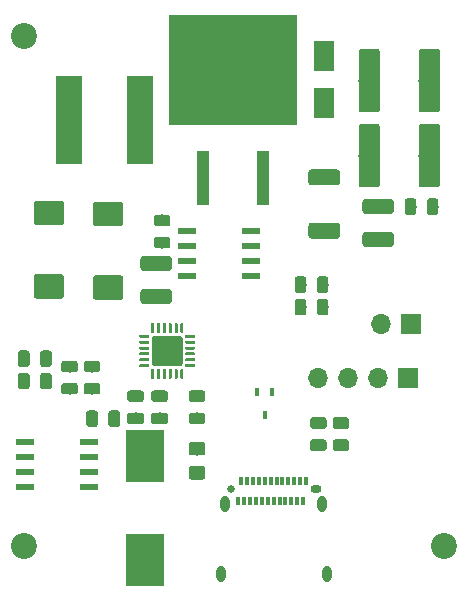
<source format=gts>
G04 #@! TF.GenerationSoftware,KiCad,Pcbnew,(5.0.0)*
G04 #@! TF.CreationDate,2018-10-04T02:53:50+10:00*
G04 #@! TF.ProjectId,usbPdTo180vdc,7573625064546F3138307664632E6B69,1*
G04 #@! TF.SameCoordinates,Original*
G04 #@! TF.FileFunction,Soldermask,Top*
G04 #@! TF.FilePolarity,Negative*
%FSLAX46Y46*%
G04 Gerber Fmt 4.6, Leading zero omitted, Abs format (unit mm)*
G04 Created by KiCad (PCBNEW (5.0.0)) date 10/04/18 02:53:50*
%MOMM*%
%LPD*%
G01*
G04 APERTURE LIST*
%ADD10R,1.800000X2.500000*%
%ADD11R,3.300000X4.500000*%
%ADD12R,0.300000X0.700000*%
%ADD13C,0.650000*%
%ADD14O,0.950000X0.650000*%
%ADD15O,0.800000X1.400000*%
%ADD16C,0.100000*%
%ADD17C,0.975000*%
%ADD18C,1.150000*%
%ADD19C,2.075000*%
%ADD20C,1.800000*%
%ADD21R,0.450000X0.700000*%
%ADD22R,2.200000X7.500000*%
%ADD23C,1.250000*%
%ADD24C,1.350000*%
%ADD25R,1.100000X4.600000*%
%ADD26R,10.800000X9.400000*%
%ADD27C,0.250000*%
%ADD28C,2.600000*%
%ADD29R,1.700000X1.700000*%
%ADD30O,1.700000X1.700000*%
%ADD31C,2.200000*%
%ADD32R,1.550000X0.600000*%
G04 APERTURE END LIST*
D10*
G04 #@! TO.C,D1*
X140970000Y-78105000D03*
X140970000Y-74105000D03*
G04 #@! TD*
D11*
G04 #@! TO.C,D2*
X125762091Y-107999573D03*
X125762091Y-116799573D03*
G04 #@! TD*
D12*
G04 #@! TO.C,J1*
X133692091Y-111809573D03*
X134192091Y-111809573D03*
X134692091Y-111809573D03*
X135192091Y-111809573D03*
X135692091Y-111809573D03*
X136192091Y-111809573D03*
X136692091Y-111809573D03*
X137192091Y-111809573D03*
X137692091Y-111809573D03*
X138192091Y-111809573D03*
X138692091Y-111809573D03*
D13*
X133092091Y-110769573D03*
D14*
X140292091Y-110769573D03*
D15*
X132202091Y-117969573D03*
X141182091Y-117969573D03*
X140822091Y-112019573D03*
D12*
X139192091Y-111809573D03*
X138942091Y-110109573D03*
X137442091Y-110109573D03*
X137942091Y-110109573D03*
X138442091Y-110109573D03*
X139442091Y-110109573D03*
X136942091Y-110109573D03*
X136442091Y-110109573D03*
X135942091Y-110109573D03*
X135442091Y-110109573D03*
X134942091Y-110109573D03*
X134442091Y-110109573D03*
X133942091Y-110109573D03*
D15*
X132562091Y-112019573D03*
G04 #@! TD*
D16*
G04 #@! TO.C,C1*
G36*
X139235642Y-92773174D02*
X139259303Y-92776684D01*
X139282507Y-92782496D01*
X139305029Y-92790554D01*
X139326653Y-92800782D01*
X139347170Y-92813079D01*
X139366383Y-92827329D01*
X139384107Y-92843393D01*
X139400171Y-92861117D01*
X139414421Y-92880330D01*
X139426718Y-92900847D01*
X139436946Y-92922471D01*
X139445004Y-92944993D01*
X139450816Y-92968197D01*
X139454326Y-92991858D01*
X139455500Y-93015750D01*
X139455500Y-93928250D01*
X139454326Y-93952142D01*
X139450816Y-93975803D01*
X139445004Y-93999007D01*
X139436946Y-94021529D01*
X139426718Y-94043153D01*
X139414421Y-94063670D01*
X139400171Y-94082883D01*
X139384107Y-94100607D01*
X139366383Y-94116671D01*
X139347170Y-94130921D01*
X139326653Y-94143218D01*
X139305029Y-94153446D01*
X139282507Y-94161504D01*
X139259303Y-94167316D01*
X139235642Y-94170826D01*
X139211750Y-94172000D01*
X138724250Y-94172000D01*
X138700358Y-94170826D01*
X138676697Y-94167316D01*
X138653493Y-94161504D01*
X138630971Y-94153446D01*
X138609347Y-94143218D01*
X138588830Y-94130921D01*
X138569617Y-94116671D01*
X138551893Y-94100607D01*
X138535829Y-94082883D01*
X138521579Y-94063670D01*
X138509282Y-94043153D01*
X138499054Y-94021529D01*
X138490996Y-93999007D01*
X138485184Y-93975803D01*
X138481674Y-93952142D01*
X138480500Y-93928250D01*
X138480500Y-93015750D01*
X138481674Y-92991858D01*
X138485184Y-92968197D01*
X138490996Y-92944993D01*
X138499054Y-92922471D01*
X138509282Y-92900847D01*
X138521579Y-92880330D01*
X138535829Y-92861117D01*
X138551893Y-92843393D01*
X138569617Y-92827329D01*
X138588830Y-92813079D01*
X138609347Y-92800782D01*
X138630971Y-92790554D01*
X138653493Y-92782496D01*
X138676697Y-92776684D01*
X138700358Y-92773174D01*
X138724250Y-92772000D01*
X139211750Y-92772000D01*
X139235642Y-92773174D01*
X139235642Y-92773174D01*
G37*
D17*
X138968000Y-93472000D03*
D16*
G36*
X141110642Y-92773174D02*
X141134303Y-92776684D01*
X141157507Y-92782496D01*
X141180029Y-92790554D01*
X141201653Y-92800782D01*
X141222170Y-92813079D01*
X141241383Y-92827329D01*
X141259107Y-92843393D01*
X141275171Y-92861117D01*
X141289421Y-92880330D01*
X141301718Y-92900847D01*
X141311946Y-92922471D01*
X141320004Y-92944993D01*
X141325816Y-92968197D01*
X141329326Y-92991858D01*
X141330500Y-93015750D01*
X141330500Y-93928250D01*
X141329326Y-93952142D01*
X141325816Y-93975803D01*
X141320004Y-93999007D01*
X141311946Y-94021529D01*
X141301718Y-94043153D01*
X141289421Y-94063670D01*
X141275171Y-94082883D01*
X141259107Y-94100607D01*
X141241383Y-94116671D01*
X141222170Y-94130921D01*
X141201653Y-94143218D01*
X141180029Y-94153446D01*
X141157507Y-94161504D01*
X141134303Y-94167316D01*
X141110642Y-94170826D01*
X141086750Y-94172000D01*
X140599250Y-94172000D01*
X140575358Y-94170826D01*
X140551697Y-94167316D01*
X140528493Y-94161504D01*
X140505971Y-94153446D01*
X140484347Y-94143218D01*
X140463830Y-94130921D01*
X140444617Y-94116671D01*
X140426893Y-94100607D01*
X140410829Y-94082883D01*
X140396579Y-94063670D01*
X140384282Y-94043153D01*
X140374054Y-94021529D01*
X140365996Y-93999007D01*
X140360184Y-93975803D01*
X140356674Y-93952142D01*
X140355500Y-93928250D01*
X140355500Y-93015750D01*
X140356674Y-92991858D01*
X140360184Y-92968197D01*
X140365996Y-92944993D01*
X140374054Y-92922471D01*
X140384282Y-92900847D01*
X140396579Y-92880330D01*
X140410829Y-92861117D01*
X140426893Y-92843393D01*
X140444617Y-92827329D01*
X140463830Y-92813079D01*
X140484347Y-92800782D01*
X140505971Y-92790554D01*
X140528493Y-92782496D01*
X140551697Y-92776684D01*
X140575358Y-92773174D01*
X140599250Y-92772000D01*
X141086750Y-92772000D01*
X141110642Y-92773174D01*
X141110642Y-92773174D01*
G37*
D17*
X140843000Y-93472000D03*
G04 #@! TD*
D16*
G04 #@! TO.C,C2*
G36*
X130681596Y-108840777D02*
X130705864Y-108844377D01*
X130729663Y-108850338D01*
X130752762Y-108858603D01*
X130774941Y-108869093D01*
X130795984Y-108881705D01*
X130815690Y-108896320D01*
X130833868Y-108912796D01*
X130850344Y-108930974D01*
X130864959Y-108950680D01*
X130877571Y-108971723D01*
X130888061Y-108993902D01*
X130896326Y-109017001D01*
X130902287Y-109040800D01*
X130905887Y-109065068D01*
X130907091Y-109089572D01*
X130907091Y-109739574D01*
X130905887Y-109764078D01*
X130902287Y-109788346D01*
X130896326Y-109812145D01*
X130888061Y-109835244D01*
X130877571Y-109857423D01*
X130864959Y-109878466D01*
X130850344Y-109898172D01*
X130833868Y-109916350D01*
X130815690Y-109932826D01*
X130795984Y-109947441D01*
X130774941Y-109960053D01*
X130752762Y-109970543D01*
X130729663Y-109978808D01*
X130705864Y-109984769D01*
X130681596Y-109988369D01*
X130657092Y-109989573D01*
X129757090Y-109989573D01*
X129732586Y-109988369D01*
X129708318Y-109984769D01*
X129684519Y-109978808D01*
X129661420Y-109970543D01*
X129639241Y-109960053D01*
X129618198Y-109947441D01*
X129598492Y-109932826D01*
X129580314Y-109916350D01*
X129563838Y-109898172D01*
X129549223Y-109878466D01*
X129536611Y-109857423D01*
X129526121Y-109835244D01*
X129517856Y-109812145D01*
X129511895Y-109788346D01*
X129508295Y-109764078D01*
X129507091Y-109739574D01*
X129507091Y-109089572D01*
X129508295Y-109065068D01*
X129511895Y-109040800D01*
X129517856Y-109017001D01*
X129526121Y-108993902D01*
X129536611Y-108971723D01*
X129549223Y-108950680D01*
X129563838Y-108930974D01*
X129580314Y-108912796D01*
X129598492Y-108896320D01*
X129618198Y-108881705D01*
X129639241Y-108869093D01*
X129661420Y-108858603D01*
X129684519Y-108850338D01*
X129708318Y-108844377D01*
X129732586Y-108840777D01*
X129757090Y-108839573D01*
X130657092Y-108839573D01*
X130681596Y-108840777D01*
X130681596Y-108840777D01*
G37*
D18*
X130207091Y-109414573D03*
D16*
G36*
X130681596Y-106790777D02*
X130705864Y-106794377D01*
X130729663Y-106800338D01*
X130752762Y-106808603D01*
X130774941Y-106819093D01*
X130795984Y-106831705D01*
X130815690Y-106846320D01*
X130833868Y-106862796D01*
X130850344Y-106880974D01*
X130864959Y-106900680D01*
X130877571Y-106921723D01*
X130888061Y-106943902D01*
X130896326Y-106967001D01*
X130902287Y-106990800D01*
X130905887Y-107015068D01*
X130907091Y-107039572D01*
X130907091Y-107689574D01*
X130905887Y-107714078D01*
X130902287Y-107738346D01*
X130896326Y-107762145D01*
X130888061Y-107785244D01*
X130877571Y-107807423D01*
X130864959Y-107828466D01*
X130850344Y-107848172D01*
X130833868Y-107866350D01*
X130815690Y-107882826D01*
X130795984Y-107897441D01*
X130774941Y-107910053D01*
X130752762Y-107920543D01*
X130729663Y-107928808D01*
X130705864Y-107934769D01*
X130681596Y-107938369D01*
X130657092Y-107939573D01*
X129757090Y-107939573D01*
X129732586Y-107938369D01*
X129708318Y-107934769D01*
X129684519Y-107928808D01*
X129661420Y-107920543D01*
X129639241Y-107910053D01*
X129618198Y-107897441D01*
X129598492Y-107882826D01*
X129580314Y-107866350D01*
X129563838Y-107848172D01*
X129549223Y-107828466D01*
X129536611Y-107807423D01*
X129526121Y-107785244D01*
X129517856Y-107762145D01*
X129511895Y-107738346D01*
X129508295Y-107714078D01*
X129507091Y-107689574D01*
X129507091Y-107039572D01*
X129508295Y-107015068D01*
X129511895Y-106990800D01*
X129517856Y-106967001D01*
X129526121Y-106943902D01*
X129536611Y-106921723D01*
X129549223Y-106900680D01*
X129563838Y-106880974D01*
X129580314Y-106862796D01*
X129598492Y-106846320D01*
X129618198Y-106831705D01*
X129639241Y-106819093D01*
X129661420Y-106808603D01*
X129684519Y-106800338D01*
X129708318Y-106794377D01*
X129732586Y-106790777D01*
X129757090Y-106789573D01*
X130657092Y-106789573D01*
X130681596Y-106790777D01*
X130681596Y-106790777D01*
G37*
D18*
X130207091Y-107364573D03*
G04 #@! TD*
D16*
G04 #@! TO.C,C3*
G36*
X123731504Y-92689704D02*
X123755773Y-92693304D01*
X123779571Y-92699265D01*
X123802671Y-92707530D01*
X123824849Y-92718020D01*
X123845893Y-92730633D01*
X123865598Y-92745247D01*
X123883777Y-92761723D01*
X123900253Y-92779902D01*
X123914867Y-92799607D01*
X123927480Y-92820651D01*
X123937970Y-92842829D01*
X123946235Y-92865929D01*
X123952196Y-92889727D01*
X123955796Y-92913996D01*
X123957000Y-92938500D01*
X123957000Y-94513500D01*
X123955796Y-94538004D01*
X123952196Y-94562273D01*
X123946235Y-94586071D01*
X123937970Y-94609171D01*
X123927480Y-94631349D01*
X123914867Y-94652393D01*
X123900253Y-94672098D01*
X123883777Y-94690277D01*
X123865598Y-94706753D01*
X123845893Y-94721367D01*
X123824849Y-94733980D01*
X123802671Y-94744470D01*
X123779571Y-94752735D01*
X123755773Y-94758696D01*
X123731504Y-94762296D01*
X123707000Y-94763500D01*
X121657000Y-94763500D01*
X121632496Y-94762296D01*
X121608227Y-94758696D01*
X121584429Y-94752735D01*
X121561329Y-94744470D01*
X121539151Y-94733980D01*
X121518107Y-94721367D01*
X121498402Y-94706753D01*
X121480223Y-94690277D01*
X121463747Y-94672098D01*
X121449133Y-94652393D01*
X121436520Y-94631349D01*
X121426030Y-94609171D01*
X121417765Y-94586071D01*
X121411804Y-94562273D01*
X121408204Y-94538004D01*
X121407000Y-94513500D01*
X121407000Y-92938500D01*
X121408204Y-92913996D01*
X121411804Y-92889727D01*
X121417765Y-92865929D01*
X121426030Y-92842829D01*
X121436520Y-92820651D01*
X121449133Y-92799607D01*
X121463747Y-92779902D01*
X121480223Y-92761723D01*
X121498402Y-92745247D01*
X121518107Y-92730633D01*
X121539151Y-92718020D01*
X121561329Y-92707530D01*
X121584429Y-92699265D01*
X121608227Y-92693304D01*
X121632496Y-92689704D01*
X121657000Y-92688500D01*
X123707000Y-92688500D01*
X123731504Y-92689704D01*
X123731504Y-92689704D01*
G37*
D19*
X122682000Y-93726000D03*
D16*
G36*
X123731504Y-86464704D02*
X123755773Y-86468304D01*
X123779571Y-86474265D01*
X123802671Y-86482530D01*
X123824849Y-86493020D01*
X123845893Y-86505633D01*
X123865598Y-86520247D01*
X123883777Y-86536723D01*
X123900253Y-86554902D01*
X123914867Y-86574607D01*
X123927480Y-86595651D01*
X123937970Y-86617829D01*
X123946235Y-86640929D01*
X123952196Y-86664727D01*
X123955796Y-86688996D01*
X123957000Y-86713500D01*
X123957000Y-88288500D01*
X123955796Y-88313004D01*
X123952196Y-88337273D01*
X123946235Y-88361071D01*
X123937970Y-88384171D01*
X123927480Y-88406349D01*
X123914867Y-88427393D01*
X123900253Y-88447098D01*
X123883777Y-88465277D01*
X123865598Y-88481753D01*
X123845893Y-88496367D01*
X123824849Y-88508980D01*
X123802671Y-88519470D01*
X123779571Y-88527735D01*
X123755773Y-88533696D01*
X123731504Y-88537296D01*
X123707000Y-88538500D01*
X121657000Y-88538500D01*
X121632496Y-88537296D01*
X121608227Y-88533696D01*
X121584429Y-88527735D01*
X121561329Y-88519470D01*
X121539151Y-88508980D01*
X121518107Y-88496367D01*
X121498402Y-88481753D01*
X121480223Y-88465277D01*
X121463747Y-88447098D01*
X121449133Y-88427393D01*
X121436520Y-88406349D01*
X121426030Y-88384171D01*
X121417765Y-88361071D01*
X121411804Y-88337273D01*
X121408204Y-88313004D01*
X121407000Y-88288500D01*
X121407000Y-86713500D01*
X121408204Y-86688996D01*
X121411804Y-86664727D01*
X121417765Y-86640929D01*
X121426030Y-86617829D01*
X121436520Y-86595651D01*
X121449133Y-86574607D01*
X121463747Y-86554902D01*
X121480223Y-86536723D01*
X121498402Y-86520247D01*
X121518107Y-86505633D01*
X121539151Y-86493020D01*
X121561329Y-86482530D01*
X121584429Y-86474265D01*
X121608227Y-86468304D01*
X121632496Y-86464704D01*
X121657000Y-86463500D01*
X123707000Y-86463500D01*
X123731504Y-86464704D01*
X123731504Y-86464704D01*
G37*
D19*
X122682000Y-87501000D03*
G04 #@! TD*
D16*
G04 #@! TO.C,C4*
G36*
X118713611Y-86363719D02*
X118737880Y-86367319D01*
X118761678Y-86373280D01*
X118784778Y-86381545D01*
X118806956Y-86392035D01*
X118828000Y-86404648D01*
X118847705Y-86419262D01*
X118865884Y-86435738D01*
X118882360Y-86453917D01*
X118896974Y-86473622D01*
X118909587Y-86494666D01*
X118920077Y-86516844D01*
X118928342Y-86539944D01*
X118934303Y-86563742D01*
X118937903Y-86588011D01*
X118939107Y-86612515D01*
X118939107Y-88187515D01*
X118937903Y-88212019D01*
X118934303Y-88236288D01*
X118928342Y-88260086D01*
X118920077Y-88283186D01*
X118909587Y-88305364D01*
X118896974Y-88326408D01*
X118882360Y-88346113D01*
X118865884Y-88364292D01*
X118847705Y-88380768D01*
X118828000Y-88395382D01*
X118806956Y-88407995D01*
X118784778Y-88418485D01*
X118761678Y-88426750D01*
X118737880Y-88432711D01*
X118713611Y-88436311D01*
X118689107Y-88437515D01*
X116639107Y-88437515D01*
X116614603Y-88436311D01*
X116590334Y-88432711D01*
X116566536Y-88426750D01*
X116543436Y-88418485D01*
X116521258Y-88407995D01*
X116500214Y-88395382D01*
X116480509Y-88380768D01*
X116462330Y-88364292D01*
X116445854Y-88346113D01*
X116431240Y-88326408D01*
X116418627Y-88305364D01*
X116408137Y-88283186D01*
X116399872Y-88260086D01*
X116393911Y-88236288D01*
X116390311Y-88212019D01*
X116389107Y-88187515D01*
X116389107Y-86612515D01*
X116390311Y-86588011D01*
X116393911Y-86563742D01*
X116399872Y-86539944D01*
X116408137Y-86516844D01*
X116418627Y-86494666D01*
X116431240Y-86473622D01*
X116445854Y-86453917D01*
X116462330Y-86435738D01*
X116480509Y-86419262D01*
X116500214Y-86404648D01*
X116521258Y-86392035D01*
X116543436Y-86381545D01*
X116566536Y-86373280D01*
X116590334Y-86367319D01*
X116614603Y-86363719D01*
X116639107Y-86362515D01*
X118689107Y-86362515D01*
X118713611Y-86363719D01*
X118713611Y-86363719D01*
G37*
D19*
X117664107Y-87400015D03*
D16*
G36*
X118713611Y-92588719D02*
X118737880Y-92592319D01*
X118761678Y-92598280D01*
X118784778Y-92606545D01*
X118806956Y-92617035D01*
X118828000Y-92629648D01*
X118847705Y-92644262D01*
X118865884Y-92660738D01*
X118882360Y-92678917D01*
X118896974Y-92698622D01*
X118909587Y-92719666D01*
X118920077Y-92741844D01*
X118928342Y-92764944D01*
X118934303Y-92788742D01*
X118937903Y-92813011D01*
X118939107Y-92837515D01*
X118939107Y-94412515D01*
X118937903Y-94437019D01*
X118934303Y-94461288D01*
X118928342Y-94485086D01*
X118920077Y-94508186D01*
X118909587Y-94530364D01*
X118896974Y-94551408D01*
X118882360Y-94571113D01*
X118865884Y-94589292D01*
X118847705Y-94605768D01*
X118828000Y-94620382D01*
X118806956Y-94632995D01*
X118784778Y-94643485D01*
X118761678Y-94651750D01*
X118737880Y-94657711D01*
X118713611Y-94661311D01*
X118689107Y-94662515D01*
X116639107Y-94662515D01*
X116614603Y-94661311D01*
X116590334Y-94657711D01*
X116566536Y-94651750D01*
X116543436Y-94643485D01*
X116521258Y-94632995D01*
X116500214Y-94620382D01*
X116480509Y-94605768D01*
X116462330Y-94589292D01*
X116445854Y-94571113D01*
X116431240Y-94551408D01*
X116418627Y-94530364D01*
X116408137Y-94508186D01*
X116399872Y-94485086D01*
X116393911Y-94461288D01*
X116390311Y-94437019D01*
X116389107Y-94412515D01*
X116389107Y-92837515D01*
X116390311Y-92813011D01*
X116393911Y-92788742D01*
X116399872Y-92764944D01*
X116408137Y-92741844D01*
X116418627Y-92719666D01*
X116431240Y-92698622D01*
X116445854Y-92678917D01*
X116462330Y-92660738D01*
X116480509Y-92644262D01*
X116500214Y-92629648D01*
X116521258Y-92617035D01*
X116543436Y-92606545D01*
X116566536Y-92598280D01*
X116590334Y-92592319D01*
X116614603Y-92588719D01*
X116639107Y-92587515D01*
X118689107Y-92587515D01*
X118713611Y-92588719D01*
X118713611Y-92588719D01*
G37*
D19*
X117664107Y-93625015D03*
G04 #@! TD*
D16*
G04 #@! TO.C,C5*
G36*
X127734142Y-87554674D02*
X127757803Y-87558184D01*
X127781007Y-87563996D01*
X127803529Y-87572054D01*
X127825153Y-87582282D01*
X127845670Y-87594579D01*
X127864883Y-87608829D01*
X127882607Y-87624893D01*
X127898671Y-87642617D01*
X127912921Y-87661830D01*
X127925218Y-87682347D01*
X127935446Y-87703971D01*
X127943504Y-87726493D01*
X127949316Y-87749697D01*
X127952826Y-87773358D01*
X127954000Y-87797250D01*
X127954000Y-88284750D01*
X127952826Y-88308642D01*
X127949316Y-88332303D01*
X127943504Y-88355507D01*
X127935446Y-88378029D01*
X127925218Y-88399653D01*
X127912921Y-88420170D01*
X127898671Y-88439383D01*
X127882607Y-88457107D01*
X127864883Y-88473171D01*
X127845670Y-88487421D01*
X127825153Y-88499718D01*
X127803529Y-88509946D01*
X127781007Y-88518004D01*
X127757803Y-88523816D01*
X127734142Y-88527326D01*
X127710250Y-88528500D01*
X126797750Y-88528500D01*
X126773858Y-88527326D01*
X126750197Y-88523816D01*
X126726993Y-88518004D01*
X126704471Y-88509946D01*
X126682847Y-88499718D01*
X126662330Y-88487421D01*
X126643117Y-88473171D01*
X126625393Y-88457107D01*
X126609329Y-88439383D01*
X126595079Y-88420170D01*
X126582782Y-88399653D01*
X126572554Y-88378029D01*
X126564496Y-88355507D01*
X126558684Y-88332303D01*
X126555174Y-88308642D01*
X126554000Y-88284750D01*
X126554000Y-87797250D01*
X126555174Y-87773358D01*
X126558684Y-87749697D01*
X126564496Y-87726493D01*
X126572554Y-87703971D01*
X126582782Y-87682347D01*
X126595079Y-87661830D01*
X126609329Y-87642617D01*
X126625393Y-87624893D01*
X126643117Y-87608829D01*
X126662330Y-87594579D01*
X126682847Y-87582282D01*
X126704471Y-87572054D01*
X126726993Y-87563996D01*
X126750197Y-87558184D01*
X126773858Y-87554674D01*
X126797750Y-87553500D01*
X127710250Y-87553500D01*
X127734142Y-87554674D01*
X127734142Y-87554674D01*
G37*
D17*
X127254000Y-88041000D03*
D16*
G36*
X127734142Y-89429674D02*
X127757803Y-89433184D01*
X127781007Y-89438996D01*
X127803529Y-89447054D01*
X127825153Y-89457282D01*
X127845670Y-89469579D01*
X127864883Y-89483829D01*
X127882607Y-89499893D01*
X127898671Y-89517617D01*
X127912921Y-89536830D01*
X127925218Y-89557347D01*
X127935446Y-89578971D01*
X127943504Y-89601493D01*
X127949316Y-89624697D01*
X127952826Y-89648358D01*
X127954000Y-89672250D01*
X127954000Y-90159750D01*
X127952826Y-90183642D01*
X127949316Y-90207303D01*
X127943504Y-90230507D01*
X127935446Y-90253029D01*
X127925218Y-90274653D01*
X127912921Y-90295170D01*
X127898671Y-90314383D01*
X127882607Y-90332107D01*
X127864883Y-90348171D01*
X127845670Y-90362421D01*
X127825153Y-90374718D01*
X127803529Y-90384946D01*
X127781007Y-90393004D01*
X127757803Y-90398816D01*
X127734142Y-90402326D01*
X127710250Y-90403500D01*
X126797750Y-90403500D01*
X126773858Y-90402326D01*
X126750197Y-90398816D01*
X126726993Y-90393004D01*
X126704471Y-90384946D01*
X126682847Y-90374718D01*
X126662330Y-90362421D01*
X126643117Y-90348171D01*
X126625393Y-90332107D01*
X126609329Y-90314383D01*
X126595079Y-90295170D01*
X126582782Y-90274653D01*
X126572554Y-90253029D01*
X126564496Y-90230507D01*
X126558684Y-90207303D01*
X126555174Y-90183642D01*
X126554000Y-90159750D01*
X126554000Y-89672250D01*
X126555174Y-89648358D01*
X126558684Y-89624697D01*
X126564496Y-89601493D01*
X126572554Y-89578971D01*
X126582782Y-89557347D01*
X126595079Y-89536830D01*
X126609329Y-89517617D01*
X126625393Y-89499893D01*
X126643117Y-89483829D01*
X126662330Y-89469579D01*
X126682847Y-89457282D01*
X126704471Y-89447054D01*
X126726993Y-89438996D01*
X126750197Y-89433184D01*
X126773858Y-89429674D01*
X126797750Y-89428500D01*
X127710250Y-89428500D01*
X127734142Y-89429674D01*
X127734142Y-89429674D01*
G37*
D17*
X127254000Y-89916000D03*
G04 #@! TD*
D16*
G04 #@! TO.C,C6*
G36*
X130687233Y-102433247D02*
X130710894Y-102436757D01*
X130734098Y-102442569D01*
X130756620Y-102450627D01*
X130778244Y-102460855D01*
X130798761Y-102473152D01*
X130817974Y-102487402D01*
X130835698Y-102503466D01*
X130851762Y-102521190D01*
X130866012Y-102540403D01*
X130878309Y-102560920D01*
X130888537Y-102582544D01*
X130896595Y-102605066D01*
X130902407Y-102628270D01*
X130905917Y-102651931D01*
X130907091Y-102675823D01*
X130907091Y-103163323D01*
X130905917Y-103187215D01*
X130902407Y-103210876D01*
X130896595Y-103234080D01*
X130888537Y-103256602D01*
X130878309Y-103278226D01*
X130866012Y-103298743D01*
X130851762Y-103317956D01*
X130835698Y-103335680D01*
X130817974Y-103351744D01*
X130798761Y-103365994D01*
X130778244Y-103378291D01*
X130756620Y-103388519D01*
X130734098Y-103396577D01*
X130710894Y-103402389D01*
X130687233Y-103405899D01*
X130663341Y-103407073D01*
X129750841Y-103407073D01*
X129726949Y-103405899D01*
X129703288Y-103402389D01*
X129680084Y-103396577D01*
X129657562Y-103388519D01*
X129635938Y-103378291D01*
X129615421Y-103365994D01*
X129596208Y-103351744D01*
X129578484Y-103335680D01*
X129562420Y-103317956D01*
X129548170Y-103298743D01*
X129535873Y-103278226D01*
X129525645Y-103256602D01*
X129517587Y-103234080D01*
X129511775Y-103210876D01*
X129508265Y-103187215D01*
X129507091Y-103163323D01*
X129507091Y-102675823D01*
X129508265Y-102651931D01*
X129511775Y-102628270D01*
X129517587Y-102605066D01*
X129525645Y-102582544D01*
X129535873Y-102560920D01*
X129548170Y-102540403D01*
X129562420Y-102521190D01*
X129578484Y-102503466D01*
X129596208Y-102487402D01*
X129615421Y-102473152D01*
X129635938Y-102460855D01*
X129657562Y-102450627D01*
X129680084Y-102442569D01*
X129703288Y-102436757D01*
X129726949Y-102433247D01*
X129750841Y-102432073D01*
X130663341Y-102432073D01*
X130687233Y-102433247D01*
X130687233Y-102433247D01*
G37*
D17*
X130207091Y-102919573D03*
D16*
G36*
X130687233Y-104308247D02*
X130710894Y-104311757D01*
X130734098Y-104317569D01*
X130756620Y-104325627D01*
X130778244Y-104335855D01*
X130798761Y-104348152D01*
X130817974Y-104362402D01*
X130835698Y-104378466D01*
X130851762Y-104396190D01*
X130866012Y-104415403D01*
X130878309Y-104435920D01*
X130888537Y-104457544D01*
X130896595Y-104480066D01*
X130902407Y-104503270D01*
X130905917Y-104526931D01*
X130907091Y-104550823D01*
X130907091Y-105038323D01*
X130905917Y-105062215D01*
X130902407Y-105085876D01*
X130896595Y-105109080D01*
X130888537Y-105131602D01*
X130878309Y-105153226D01*
X130866012Y-105173743D01*
X130851762Y-105192956D01*
X130835698Y-105210680D01*
X130817974Y-105226744D01*
X130798761Y-105240994D01*
X130778244Y-105253291D01*
X130756620Y-105263519D01*
X130734098Y-105271577D01*
X130710894Y-105277389D01*
X130687233Y-105280899D01*
X130663341Y-105282073D01*
X129750841Y-105282073D01*
X129726949Y-105280899D01*
X129703288Y-105277389D01*
X129680084Y-105271577D01*
X129657562Y-105263519D01*
X129635938Y-105253291D01*
X129615421Y-105240994D01*
X129596208Y-105226744D01*
X129578484Y-105210680D01*
X129562420Y-105192956D01*
X129548170Y-105173743D01*
X129535873Y-105153226D01*
X129525645Y-105131602D01*
X129517587Y-105109080D01*
X129511775Y-105085876D01*
X129508265Y-105062215D01*
X129507091Y-105038323D01*
X129507091Y-104550823D01*
X129508265Y-104526931D01*
X129511775Y-104503270D01*
X129517587Y-104480066D01*
X129525645Y-104457544D01*
X129535873Y-104435920D01*
X129548170Y-104415403D01*
X129562420Y-104396190D01*
X129578484Y-104378466D01*
X129596208Y-104362402D01*
X129615421Y-104348152D01*
X129635938Y-104335855D01*
X129657562Y-104325627D01*
X129680084Y-104317569D01*
X129703288Y-104311757D01*
X129726949Y-104308247D01*
X129750841Y-104307073D01*
X130663341Y-104307073D01*
X130687233Y-104308247D01*
X130687233Y-104308247D01*
G37*
D17*
X130207091Y-104794573D03*
G04 #@! TD*
D16*
G04 #@! TO.C,C7*
G36*
X127512233Y-104308247D02*
X127535894Y-104311757D01*
X127559098Y-104317569D01*
X127581620Y-104325627D01*
X127603244Y-104335855D01*
X127623761Y-104348152D01*
X127642974Y-104362402D01*
X127660698Y-104378466D01*
X127676762Y-104396190D01*
X127691012Y-104415403D01*
X127703309Y-104435920D01*
X127713537Y-104457544D01*
X127721595Y-104480066D01*
X127727407Y-104503270D01*
X127730917Y-104526931D01*
X127732091Y-104550823D01*
X127732091Y-105038323D01*
X127730917Y-105062215D01*
X127727407Y-105085876D01*
X127721595Y-105109080D01*
X127713537Y-105131602D01*
X127703309Y-105153226D01*
X127691012Y-105173743D01*
X127676762Y-105192956D01*
X127660698Y-105210680D01*
X127642974Y-105226744D01*
X127623761Y-105240994D01*
X127603244Y-105253291D01*
X127581620Y-105263519D01*
X127559098Y-105271577D01*
X127535894Y-105277389D01*
X127512233Y-105280899D01*
X127488341Y-105282073D01*
X126575841Y-105282073D01*
X126551949Y-105280899D01*
X126528288Y-105277389D01*
X126505084Y-105271577D01*
X126482562Y-105263519D01*
X126460938Y-105253291D01*
X126440421Y-105240994D01*
X126421208Y-105226744D01*
X126403484Y-105210680D01*
X126387420Y-105192956D01*
X126373170Y-105173743D01*
X126360873Y-105153226D01*
X126350645Y-105131602D01*
X126342587Y-105109080D01*
X126336775Y-105085876D01*
X126333265Y-105062215D01*
X126332091Y-105038323D01*
X126332091Y-104550823D01*
X126333265Y-104526931D01*
X126336775Y-104503270D01*
X126342587Y-104480066D01*
X126350645Y-104457544D01*
X126360873Y-104435920D01*
X126373170Y-104415403D01*
X126387420Y-104396190D01*
X126403484Y-104378466D01*
X126421208Y-104362402D01*
X126440421Y-104348152D01*
X126460938Y-104335855D01*
X126482562Y-104325627D01*
X126505084Y-104317569D01*
X126528288Y-104311757D01*
X126551949Y-104308247D01*
X126575841Y-104307073D01*
X127488341Y-104307073D01*
X127512233Y-104308247D01*
X127512233Y-104308247D01*
G37*
D17*
X127032091Y-104794573D03*
D16*
G36*
X127512233Y-102433247D02*
X127535894Y-102436757D01*
X127559098Y-102442569D01*
X127581620Y-102450627D01*
X127603244Y-102460855D01*
X127623761Y-102473152D01*
X127642974Y-102487402D01*
X127660698Y-102503466D01*
X127676762Y-102521190D01*
X127691012Y-102540403D01*
X127703309Y-102560920D01*
X127713537Y-102582544D01*
X127721595Y-102605066D01*
X127727407Y-102628270D01*
X127730917Y-102651931D01*
X127732091Y-102675823D01*
X127732091Y-103163323D01*
X127730917Y-103187215D01*
X127727407Y-103210876D01*
X127721595Y-103234080D01*
X127713537Y-103256602D01*
X127703309Y-103278226D01*
X127691012Y-103298743D01*
X127676762Y-103317956D01*
X127660698Y-103335680D01*
X127642974Y-103351744D01*
X127623761Y-103365994D01*
X127603244Y-103378291D01*
X127581620Y-103388519D01*
X127559098Y-103396577D01*
X127535894Y-103402389D01*
X127512233Y-103405899D01*
X127488341Y-103407073D01*
X126575841Y-103407073D01*
X126551949Y-103405899D01*
X126528288Y-103402389D01*
X126505084Y-103396577D01*
X126482562Y-103388519D01*
X126460938Y-103378291D01*
X126440421Y-103365994D01*
X126421208Y-103351744D01*
X126403484Y-103335680D01*
X126387420Y-103317956D01*
X126373170Y-103298743D01*
X126360873Y-103278226D01*
X126350645Y-103256602D01*
X126342587Y-103234080D01*
X126336775Y-103210876D01*
X126333265Y-103187215D01*
X126332091Y-103163323D01*
X126332091Y-102675823D01*
X126333265Y-102651931D01*
X126336775Y-102628270D01*
X126342587Y-102605066D01*
X126350645Y-102582544D01*
X126360873Y-102560920D01*
X126373170Y-102540403D01*
X126387420Y-102521190D01*
X126403484Y-102503466D01*
X126421208Y-102487402D01*
X126440421Y-102473152D01*
X126460938Y-102460855D01*
X126482562Y-102450627D01*
X126505084Y-102442569D01*
X126528288Y-102436757D01*
X126551949Y-102433247D01*
X126575841Y-102432073D01*
X127488341Y-102432073D01*
X127512233Y-102433247D01*
X127512233Y-102433247D01*
G37*
D17*
X127032091Y-102919573D03*
G04 #@! TD*
D16*
G04 #@! TO.C,C8*
G36*
X145454504Y-79851204D02*
X145478773Y-79854804D01*
X145502571Y-79860765D01*
X145525671Y-79869030D01*
X145547849Y-79879520D01*
X145568893Y-79892133D01*
X145588598Y-79906747D01*
X145606777Y-79923223D01*
X145623253Y-79941402D01*
X145637867Y-79961107D01*
X145650480Y-79982151D01*
X145660970Y-80004329D01*
X145669235Y-80027429D01*
X145675196Y-80051227D01*
X145678796Y-80075496D01*
X145680000Y-80100000D01*
X145680000Y-85000000D01*
X145678796Y-85024504D01*
X145675196Y-85048773D01*
X145669235Y-85072571D01*
X145660970Y-85095671D01*
X145650480Y-85117849D01*
X145637867Y-85138893D01*
X145623253Y-85158598D01*
X145606777Y-85176777D01*
X145588598Y-85193253D01*
X145568893Y-85207867D01*
X145547849Y-85220480D01*
X145525671Y-85230970D01*
X145502571Y-85239235D01*
X145478773Y-85245196D01*
X145454504Y-85248796D01*
X145430000Y-85250000D01*
X144130000Y-85250000D01*
X144105496Y-85248796D01*
X144081227Y-85245196D01*
X144057429Y-85239235D01*
X144034329Y-85230970D01*
X144012151Y-85220480D01*
X143991107Y-85207867D01*
X143971402Y-85193253D01*
X143953223Y-85176777D01*
X143936747Y-85158598D01*
X143922133Y-85138893D01*
X143909520Y-85117849D01*
X143899030Y-85095671D01*
X143890765Y-85072571D01*
X143884804Y-85048773D01*
X143881204Y-85024504D01*
X143880000Y-85000000D01*
X143880000Y-80100000D01*
X143881204Y-80075496D01*
X143884804Y-80051227D01*
X143890765Y-80027429D01*
X143899030Y-80004329D01*
X143909520Y-79982151D01*
X143922133Y-79961107D01*
X143936747Y-79941402D01*
X143953223Y-79923223D01*
X143971402Y-79906747D01*
X143991107Y-79892133D01*
X144012151Y-79879520D01*
X144034329Y-79869030D01*
X144057429Y-79860765D01*
X144081227Y-79854804D01*
X144105496Y-79851204D01*
X144130000Y-79850000D01*
X145430000Y-79850000D01*
X145454504Y-79851204D01*
X145454504Y-79851204D01*
G37*
D20*
X144780000Y-82550000D03*
D16*
G36*
X150554504Y-79851204D02*
X150578773Y-79854804D01*
X150602571Y-79860765D01*
X150625671Y-79869030D01*
X150647849Y-79879520D01*
X150668893Y-79892133D01*
X150688598Y-79906747D01*
X150706777Y-79923223D01*
X150723253Y-79941402D01*
X150737867Y-79961107D01*
X150750480Y-79982151D01*
X150760970Y-80004329D01*
X150769235Y-80027429D01*
X150775196Y-80051227D01*
X150778796Y-80075496D01*
X150780000Y-80100000D01*
X150780000Y-85000000D01*
X150778796Y-85024504D01*
X150775196Y-85048773D01*
X150769235Y-85072571D01*
X150760970Y-85095671D01*
X150750480Y-85117849D01*
X150737867Y-85138893D01*
X150723253Y-85158598D01*
X150706777Y-85176777D01*
X150688598Y-85193253D01*
X150668893Y-85207867D01*
X150647849Y-85220480D01*
X150625671Y-85230970D01*
X150602571Y-85239235D01*
X150578773Y-85245196D01*
X150554504Y-85248796D01*
X150530000Y-85250000D01*
X149230000Y-85250000D01*
X149205496Y-85248796D01*
X149181227Y-85245196D01*
X149157429Y-85239235D01*
X149134329Y-85230970D01*
X149112151Y-85220480D01*
X149091107Y-85207867D01*
X149071402Y-85193253D01*
X149053223Y-85176777D01*
X149036747Y-85158598D01*
X149022133Y-85138893D01*
X149009520Y-85117849D01*
X148999030Y-85095671D01*
X148990765Y-85072571D01*
X148984804Y-85048773D01*
X148981204Y-85024504D01*
X148980000Y-85000000D01*
X148980000Y-80100000D01*
X148981204Y-80075496D01*
X148984804Y-80051227D01*
X148990765Y-80027429D01*
X148999030Y-80004329D01*
X149009520Y-79982151D01*
X149022133Y-79961107D01*
X149036747Y-79941402D01*
X149053223Y-79923223D01*
X149071402Y-79906747D01*
X149091107Y-79892133D01*
X149112151Y-79879520D01*
X149134329Y-79869030D01*
X149157429Y-79860765D01*
X149181227Y-79854804D01*
X149205496Y-79851204D01*
X149230000Y-79850000D01*
X150530000Y-79850000D01*
X150554504Y-79851204D01*
X150554504Y-79851204D01*
G37*
D20*
X149880000Y-82550000D03*
G04 #@! TD*
D16*
G04 #@! TO.C,C9*
G36*
X150430142Y-86169174D02*
X150453803Y-86172684D01*
X150477007Y-86178496D01*
X150499529Y-86186554D01*
X150521153Y-86196782D01*
X150541670Y-86209079D01*
X150560883Y-86223329D01*
X150578607Y-86239393D01*
X150594671Y-86257117D01*
X150608921Y-86276330D01*
X150621218Y-86296847D01*
X150631446Y-86318471D01*
X150639504Y-86340993D01*
X150645316Y-86364197D01*
X150648826Y-86387858D01*
X150650000Y-86411750D01*
X150650000Y-87324250D01*
X150648826Y-87348142D01*
X150645316Y-87371803D01*
X150639504Y-87395007D01*
X150631446Y-87417529D01*
X150621218Y-87439153D01*
X150608921Y-87459670D01*
X150594671Y-87478883D01*
X150578607Y-87496607D01*
X150560883Y-87512671D01*
X150541670Y-87526921D01*
X150521153Y-87539218D01*
X150499529Y-87549446D01*
X150477007Y-87557504D01*
X150453803Y-87563316D01*
X150430142Y-87566826D01*
X150406250Y-87568000D01*
X149918750Y-87568000D01*
X149894858Y-87566826D01*
X149871197Y-87563316D01*
X149847993Y-87557504D01*
X149825471Y-87549446D01*
X149803847Y-87539218D01*
X149783330Y-87526921D01*
X149764117Y-87512671D01*
X149746393Y-87496607D01*
X149730329Y-87478883D01*
X149716079Y-87459670D01*
X149703782Y-87439153D01*
X149693554Y-87417529D01*
X149685496Y-87395007D01*
X149679684Y-87371803D01*
X149676174Y-87348142D01*
X149675000Y-87324250D01*
X149675000Y-86411750D01*
X149676174Y-86387858D01*
X149679684Y-86364197D01*
X149685496Y-86340993D01*
X149693554Y-86318471D01*
X149703782Y-86296847D01*
X149716079Y-86276330D01*
X149730329Y-86257117D01*
X149746393Y-86239393D01*
X149764117Y-86223329D01*
X149783330Y-86209079D01*
X149803847Y-86196782D01*
X149825471Y-86186554D01*
X149847993Y-86178496D01*
X149871197Y-86172684D01*
X149894858Y-86169174D01*
X149918750Y-86168000D01*
X150406250Y-86168000D01*
X150430142Y-86169174D01*
X150430142Y-86169174D01*
G37*
D17*
X150162500Y-86868000D03*
D16*
G36*
X148555142Y-86169174D02*
X148578803Y-86172684D01*
X148602007Y-86178496D01*
X148624529Y-86186554D01*
X148646153Y-86196782D01*
X148666670Y-86209079D01*
X148685883Y-86223329D01*
X148703607Y-86239393D01*
X148719671Y-86257117D01*
X148733921Y-86276330D01*
X148746218Y-86296847D01*
X148756446Y-86318471D01*
X148764504Y-86340993D01*
X148770316Y-86364197D01*
X148773826Y-86387858D01*
X148775000Y-86411750D01*
X148775000Y-87324250D01*
X148773826Y-87348142D01*
X148770316Y-87371803D01*
X148764504Y-87395007D01*
X148756446Y-87417529D01*
X148746218Y-87439153D01*
X148733921Y-87459670D01*
X148719671Y-87478883D01*
X148703607Y-87496607D01*
X148685883Y-87512671D01*
X148666670Y-87526921D01*
X148646153Y-87539218D01*
X148624529Y-87549446D01*
X148602007Y-87557504D01*
X148578803Y-87563316D01*
X148555142Y-87566826D01*
X148531250Y-87568000D01*
X148043750Y-87568000D01*
X148019858Y-87566826D01*
X147996197Y-87563316D01*
X147972993Y-87557504D01*
X147950471Y-87549446D01*
X147928847Y-87539218D01*
X147908330Y-87526921D01*
X147889117Y-87512671D01*
X147871393Y-87496607D01*
X147855329Y-87478883D01*
X147841079Y-87459670D01*
X147828782Y-87439153D01*
X147818554Y-87417529D01*
X147810496Y-87395007D01*
X147804684Y-87371803D01*
X147801174Y-87348142D01*
X147800000Y-87324250D01*
X147800000Y-86411750D01*
X147801174Y-86387858D01*
X147804684Y-86364197D01*
X147810496Y-86340993D01*
X147818554Y-86318471D01*
X147828782Y-86296847D01*
X147841079Y-86276330D01*
X147855329Y-86257117D01*
X147871393Y-86239393D01*
X147889117Y-86223329D01*
X147908330Y-86209079D01*
X147928847Y-86196782D01*
X147950471Y-86186554D01*
X147972993Y-86178496D01*
X147996197Y-86172684D01*
X148019858Y-86169174D01*
X148043750Y-86168000D01*
X148531250Y-86168000D01*
X148555142Y-86169174D01*
X148555142Y-86169174D01*
G37*
D17*
X148287500Y-86868000D03*
G04 #@! TD*
D16*
G04 #@! TO.C,C10*
G36*
X115809733Y-100950747D02*
X115833394Y-100954257D01*
X115856598Y-100960069D01*
X115879120Y-100968127D01*
X115900744Y-100978355D01*
X115921261Y-100990652D01*
X115940474Y-101004902D01*
X115958198Y-101020966D01*
X115974262Y-101038690D01*
X115988512Y-101057903D01*
X116000809Y-101078420D01*
X116011037Y-101100044D01*
X116019095Y-101122566D01*
X116024907Y-101145770D01*
X116028417Y-101169431D01*
X116029591Y-101193323D01*
X116029591Y-102105823D01*
X116028417Y-102129715D01*
X116024907Y-102153376D01*
X116019095Y-102176580D01*
X116011037Y-102199102D01*
X116000809Y-102220726D01*
X115988512Y-102241243D01*
X115974262Y-102260456D01*
X115958198Y-102278180D01*
X115940474Y-102294244D01*
X115921261Y-102308494D01*
X115900744Y-102320791D01*
X115879120Y-102331019D01*
X115856598Y-102339077D01*
X115833394Y-102344889D01*
X115809733Y-102348399D01*
X115785841Y-102349573D01*
X115298341Y-102349573D01*
X115274449Y-102348399D01*
X115250788Y-102344889D01*
X115227584Y-102339077D01*
X115205062Y-102331019D01*
X115183438Y-102320791D01*
X115162921Y-102308494D01*
X115143708Y-102294244D01*
X115125984Y-102278180D01*
X115109920Y-102260456D01*
X115095670Y-102241243D01*
X115083373Y-102220726D01*
X115073145Y-102199102D01*
X115065087Y-102176580D01*
X115059275Y-102153376D01*
X115055765Y-102129715D01*
X115054591Y-102105823D01*
X115054591Y-101193323D01*
X115055765Y-101169431D01*
X115059275Y-101145770D01*
X115065087Y-101122566D01*
X115073145Y-101100044D01*
X115083373Y-101078420D01*
X115095670Y-101057903D01*
X115109920Y-101038690D01*
X115125984Y-101020966D01*
X115143708Y-101004902D01*
X115162921Y-100990652D01*
X115183438Y-100978355D01*
X115205062Y-100968127D01*
X115227584Y-100960069D01*
X115250788Y-100954257D01*
X115274449Y-100950747D01*
X115298341Y-100949573D01*
X115785841Y-100949573D01*
X115809733Y-100950747D01*
X115809733Y-100950747D01*
G37*
D17*
X115542091Y-101649573D03*
D16*
G36*
X117684733Y-100950747D02*
X117708394Y-100954257D01*
X117731598Y-100960069D01*
X117754120Y-100968127D01*
X117775744Y-100978355D01*
X117796261Y-100990652D01*
X117815474Y-101004902D01*
X117833198Y-101020966D01*
X117849262Y-101038690D01*
X117863512Y-101057903D01*
X117875809Y-101078420D01*
X117886037Y-101100044D01*
X117894095Y-101122566D01*
X117899907Y-101145770D01*
X117903417Y-101169431D01*
X117904591Y-101193323D01*
X117904591Y-102105823D01*
X117903417Y-102129715D01*
X117899907Y-102153376D01*
X117894095Y-102176580D01*
X117886037Y-102199102D01*
X117875809Y-102220726D01*
X117863512Y-102241243D01*
X117849262Y-102260456D01*
X117833198Y-102278180D01*
X117815474Y-102294244D01*
X117796261Y-102308494D01*
X117775744Y-102320791D01*
X117754120Y-102331019D01*
X117731598Y-102339077D01*
X117708394Y-102344889D01*
X117684733Y-102348399D01*
X117660841Y-102349573D01*
X117173341Y-102349573D01*
X117149449Y-102348399D01*
X117125788Y-102344889D01*
X117102584Y-102339077D01*
X117080062Y-102331019D01*
X117058438Y-102320791D01*
X117037921Y-102308494D01*
X117018708Y-102294244D01*
X117000984Y-102278180D01*
X116984920Y-102260456D01*
X116970670Y-102241243D01*
X116958373Y-102220726D01*
X116948145Y-102199102D01*
X116940087Y-102176580D01*
X116934275Y-102153376D01*
X116930765Y-102129715D01*
X116929591Y-102105823D01*
X116929591Y-101193323D01*
X116930765Y-101169431D01*
X116934275Y-101145770D01*
X116940087Y-101122566D01*
X116948145Y-101100044D01*
X116958373Y-101078420D01*
X116970670Y-101057903D01*
X116984920Y-101038690D01*
X117000984Y-101020966D01*
X117018708Y-101004902D01*
X117037921Y-100990652D01*
X117058438Y-100978355D01*
X117080062Y-100968127D01*
X117102584Y-100960069D01*
X117125788Y-100954257D01*
X117149449Y-100950747D01*
X117173341Y-100949573D01*
X117660841Y-100949573D01*
X117684733Y-100950747D01*
X117684733Y-100950747D01*
G37*
D17*
X117417091Y-101649573D03*
G04 #@! TD*
D16*
G04 #@! TO.C,C11*
G36*
X150554504Y-73501204D02*
X150578773Y-73504804D01*
X150602571Y-73510765D01*
X150625671Y-73519030D01*
X150647849Y-73529520D01*
X150668893Y-73542133D01*
X150688598Y-73556747D01*
X150706777Y-73573223D01*
X150723253Y-73591402D01*
X150737867Y-73611107D01*
X150750480Y-73632151D01*
X150760970Y-73654329D01*
X150769235Y-73677429D01*
X150775196Y-73701227D01*
X150778796Y-73725496D01*
X150780000Y-73750000D01*
X150780000Y-78650000D01*
X150778796Y-78674504D01*
X150775196Y-78698773D01*
X150769235Y-78722571D01*
X150760970Y-78745671D01*
X150750480Y-78767849D01*
X150737867Y-78788893D01*
X150723253Y-78808598D01*
X150706777Y-78826777D01*
X150688598Y-78843253D01*
X150668893Y-78857867D01*
X150647849Y-78870480D01*
X150625671Y-78880970D01*
X150602571Y-78889235D01*
X150578773Y-78895196D01*
X150554504Y-78898796D01*
X150530000Y-78900000D01*
X149230000Y-78900000D01*
X149205496Y-78898796D01*
X149181227Y-78895196D01*
X149157429Y-78889235D01*
X149134329Y-78880970D01*
X149112151Y-78870480D01*
X149091107Y-78857867D01*
X149071402Y-78843253D01*
X149053223Y-78826777D01*
X149036747Y-78808598D01*
X149022133Y-78788893D01*
X149009520Y-78767849D01*
X148999030Y-78745671D01*
X148990765Y-78722571D01*
X148984804Y-78698773D01*
X148981204Y-78674504D01*
X148980000Y-78650000D01*
X148980000Y-73750000D01*
X148981204Y-73725496D01*
X148984804Y-73701227D01*
X148990765Y-73677429D01*
X148999030Y-73654329D01*
X149009520Y-73632151D01*
X149022133Y-73611107D01*
X149036747Y-73591402D01*
X149053223Y-73573223D01*
X149071402Y-73556747D01*
X149091107Y-73542133D01*
X149112151Y-73529520D01*
X149134329Y-73519030D01*
X149157429Y-73510765D01*
X149181227Y-73504804D01*
X149205496Y-73501204D01*
X149230000Y-73500000D01*
X150530000Y-73500000D01*
X150554504Y-73501204D01*
X150554504Y-73501204D01*
G37*
D20*
X149880000Y-76200000D03*
D16*
G36*
X145454504Y-73501204D02*
X145478773Y-73504804D01*
X145502571Y-73510765D01*
X145525671Y-73519030D01*
X145547849Y-73529520D01*
X145568893Y-73542133D01*
X145588598Y-73556747D01*
X145606777Y-73573223D01*
X145623253Y-73591402D01*
X145637867Y-73611107D01*
X145650480Y-73632151D01*
X145660970Y-73654329D01*
X145669235Y-73677429D01*
X145675196Y-73701227D01*
X145678796Y-73725496D01*
X145680000Y-73750000D01*
X145680000Y-78650000D01*
X145678796Y-78674504D01*
X145675196Y-78698773D01*
X145669235Y-78722571D01*
X145660970Y-78745671D01*
X145650480Y-78767849D01*
X145637867Y-78788893D01*
X145623253Y-78808598D01*
X145606777Y-78826777D01*
X145588598Y-78843253D01*
X145568893Y-78857867D01*
X145547849Y-78870480D01*
X145525671Y-78880970D01*
X145502571Y-78889235D01*
X145478773Y-78895196D01*
X145454504Y-78898796D01*
X145430000Y-78900000D01*
X144130000Y-78900000D01*
X144105496Y-78898796D01*
X144081227Y-78895196D01*
X144057429Y-78889235D01*
X144034329Y-78880970D01*
X144012151Y-78870480D01*
X143991107Y-78857867D01*
X143971402Y-78843253D01*
X143953223Y-78826777D01*
X143936747Y-78808598D01*
X143922133Y-78788893D01*
X143909520Y-78767849D01*
X143899030Y-78745671D01*
X143890765Y-78722571D01*
X143884804Y-78698773D01*
X143881204Y-78674504D01*
X143880000Y-78650000D01*
X143880000Y-73750000D01*
X143881204Y-73725496D01*
X143884804Y-73701227D01*
X143890765Y-73677429D01*
X143899030Y-73654329D01*
X143909520Y-73632151D01*
X143922133Y-73611107D01*
X143936747Y-73591402D01*
X143953223Y-73573223D01*
X143971402Y-73556747D01*
X143991107Y-73542133D01*
X144012151Y-73529520D01*
X144034329Y-73519030D01*
X144057429Y-73510765D01*
X144081227Y-73504804D01*
X144105496Y-73501204D01*
X144130000Y-73500000D01*
X145430000Y-73500000D01*
X145454504Y-73501204D01*
X145454504Y-73501204D01*
G37*
D20*
X144780000Y-76200000D03*
G04 #@! TD*
D21*
G04 #@! TO.C,D3*
X135922091Y-104554573D03*
X135272091Y-102554573D03*
X136572091Y-102554573D03*
G04 #@! TD*
D22*
G04 #@! TO.C,L1*
X119390107Y-79526015D03*
X125390107Y-79526015D03*
G04 #@! TD*
D16*
G04 #@! TO.C,R1*
G36*
X146641504Y-86238204D02*
X146665773Y-86241804D01*
X146689571Y-86247765D01*
X146712671Y-86256030D01*
X146734849Y-86266520D01*
X146755893Y-86279133D01*
X146775598Y-86293747D01*
X146793777Y-86310223D01*
X146810253Y-86328402D01*
X146824867Y-86348107D01*
X146837480Y-86369151D01*
X146847970Y-86391329D01*
X146856235Y-86414429D01*
X146862196Y-86438227D01*
X146865796Y-86462496D01*
X146867000Y-86487000D01*
X146867000Y-87237000D01*
X146865796Y-87261504D01*
X146862196Y-87285773D01*
X146856235Y-87309571D01*
X146847970Y-87332671D01*
X146837480Y-87354849D01*
X146824867Y-87375893D01*
X146810253Y-87395598D01*
X146793777Y-87413777D01*
X146775598Y-87430253D01*
X146755893Y-87444867D01*
X146734849Y-87457480D01*
X146712671Y-87467970D01*
X146689571Y-87476235D01*
X146665773Y-87482196D01*
X146641504Y-87485796D01*
X146617000Y-87487000D01*
X144467000Y-87487000D01*
X144442496Y-87485796D01*
X144418227Y-87482196D01*
X144394429Y-87476235D01*
X144371329Y-87467970D01*
X144349151Y-87457480D01*
X144328107Y-87444867D01*
X144308402Y-87430253D01*
X144290223Y-87413777D01*
X144273747Y-87395598D01*
X144259133Y-87375893D01*
X144246520Y-87354849D01*
X144236030Y-87332671D01*
X144227765Y-87309571D01*
X144221804Y-87285773D01*
X144218204Y-87261504D01*
X144217000Y-87237000D01*
X144217000Y-86487000D01*
X144218204Y-86462496D01*
X144221804Y-86438227D01*
X144227765Y-86414429D01*
X144236030Y-86391329D01*
X144246520Y-86369151D01*
X144259133Y-86348107D01*
X144273747Y-86328402D01*
X144290223Y-86310223D01*
X144308402Y-86293747D01*
X144328107Y-86279133D01*
X144349151Y-86266520D01*
X144371329Y-86256030D01*
X144394429Y-86247765D01*
X144418227Y-86241804D01*
X144442496Y-86238204D01*
X144467000Y-86237000D01*
X146617000Y-86237000D01*
X146641504Y-86238204D01*
X146641504Y-86238204D01*
G37*
D23*
X145542000Y-86862000D03*
D16*
G36*
X146641504Y-89038204D02*
X146665773Y-89041804D01*
X146689571Y-89047765D01*
X146712671Y-89056030D01*
X146734849Y-89066520D01*
X146755893Y-89079133D01*
X146775598Y-89093747D01*
X146793777Y-89110223D01*
X146810253Y-89128402D01*
X146824867Y-89148107D01*
X146837480Y-89169151D01*
X146847970Y-89191329D01*
X146856235Y-89214429D01*
X146862196Y-89238227D01*
X146865796Y-89262496D01*
X146867000Y-89287000D01*
X146867000Y-90037000D01*
X146865796Y-90061504D01*
X146862196Y-90085773D01*
X146856235Y-90109571D01*
X146847970Y-90132671D01*
X146837480Y-90154849D01*
X146824867Y-90175893D01*
X146810253Y-90195598D01*
X146793777Y-90213777D01*
X146775598Y-90230253D01*
X146755893Y-90244867D01*
X146734849Y-90257480D01*
X146712671Y-90267970D01*
X146689571Y-90276235D01*
X146665773Y-90282196D01*
X146641504Y-90285796D01*
X146617000Y-90287000D01*
X144467000Y-90287000D01*
X144442496Y-90285796D01*
X144418227Y-90282196D01*
X144394429Y-90276235D01*
X144371329Y-90267970D01*
X144349151Y-90257480D01*
X144328107Y-90244867D01*
X144308402Y-90230253D01*
X144290223Y-90213777D01*
X144273747Y-90195598D01*
X144259133Y-90175893D01*
X144246520Y-90154849D01*
X144236030Y-90132671D01*
X144227765Y-90109571D01*
X144221804Y-90085773D01*
X144218204Y-90061504D01*
X144217000Y-90037000D01*
X144217000Y-89287000D01*
X144218204Y-89262496D01*
X144221804Y-89238227D01*
X144227765Y-89214429D01*
X144236030Y-89191329D01*
X144246520Y-89169151D01*
X144259133Y-89148107D01*
X144273747Y-89128402D01*
X144290223Y-89110223D01*
X144308402Y-89093747D01*
X144328107Y-89079133D01*
X144349151Y-89066520D01*
X144371329Y-89056030D01*
X144394429Y-89047765D01*
X144418227Y-89041804D01*
X144442496Y-89038204D01*
X144467000Y-89037000D01*
X146617000Y-89037000D01*
X146641504Y-89038204D01*
X146641504Y-89038204D01*
G37*
D23*
X145542000Y-89662000D03*
G04 #@! TD*
D16*
G04 #@! TO.C,R2*
G36*
X127845504Y-93864204D02*
X127869773Y-93867804D01*
X127893571Y-93873765D01*
X127916671Y-93882030D01*
X127938849Y-93892520D01*
X127959893Y-93905133D01*
X127979598Y-93919747D01*
X127997777Y-93936223D01*
X128014253Y-93954402D01*
X128028867Y-93974107D01*
X128041480Y-93995151D01*
X128051970Y-94017329D01*
X128060235Y-94040429D01*
X128066196Y-94064227D01*
X128069796Y-94088496D01*
X128071000Y-94113000D01*
X128071000Y-94863000D01*
X128069796Y-94887504D01*
X128066196Y-94911773D01*
X128060235Y-94935571D01*
X128051970Y-94958671D01*
X128041480Y-94980849D01*
X128028867Y-95001893D01*
X128014253Y-95021598D01*
X127997777Y-95039777D01*
X127979598Y-95056253D01*
X127959893Y-95070867D01*
X127938849Y-95083480D01*
X127916671Y-95093970D01*
X127893571Y-95102235D01*
X127869773Y-95108196D01*
X127845504Y-95111796D01*
X127821000Y-95113000D01*
X125671000Y-95113000D01*
X125646496Y-95111796D01*
X125622227Y-95108196D01*
X125598429Y-95102235D01*
X125575329Y-95093970D01*
X125553151Y-95083480D01*
X125532107Y-95070867D01*
X125512402Y-95056253D01*
X125494223Y-95039777D01*
X125477747Y-95021598D01*
X125463133Y-95001893D01*
X125450520Y-94980849D01*
X125440030Y-94958671D01*
X125431765Y-94935571D01*
X125425804Y-94911773D01*
X125422204Y-94887504D01*
X125421000Y-94863000D01*
X125421000Y-94113000D01*
X125422204Y-94088496D01*
X125425804Y-94064227D01*
X125431765Y-94040429D01*
X125440030Y-94017329D01*
X125450520Y-93995151D01*
X125463133Y-93974107D01*
X125477747Y-93954402D01*
X125494223Y-93936223D01*
X125512402Y-93919747D01*
X125532107Y-93905133D01*
X125553151Y-93892520D01*
X125575329Y-93882030D01*
X125598429Y-93873765D01*
X125622227Y-93867804D01*
X125646496Y-93864204D01*
X125671000Y-93863000D01*
X127821000Y-93863000D01*
X127845504Y-93864204D01*
X127845504Y-93864204D01*
G37*
D23*
X126746000Y-94488000D03*
D16*
G36*
X127845504Y-91064204D02*
X127869773Y-91067804D01*
X127893571Y-91073765D01*
X127916671Y-91082030D01*
X127938849Y-91092520D01*
X127959893Y-91105133D01*
X127979598Y-91119747D01*
X127997777Y-91136223D01*
X128014253Y-91154402D01*
X128028867Y-91174107D01*
X128041480Y-91195151D01*
X128051970Y-91217329D01*
X128060235Y-91240429D01*
X128066196Y-91264227D01*
X128069796Y-91288496D01*
X128071000Y-91313000D01*
X128071000Y-92063000D01*
X128069796Y-92087504D01*
X128066196Y-92111773D01*
X128060235Y-92135571D01*
X128051970Y-92158671D01*
X128041480Y-92180849D01*
X128028867Y-92201893D01*
X128014253Y-92221598D01*
X127997777Y-92239777D01*
X127979598Y-92256253D01*
X127959893Y-92270867D01*
X127938849Y-92283480D01*
X127916671Y-92293970D01*
X127893571Y-92302235D01*
X127869773Y-92308196D01*
X127845504Y-92311796D01*
X127821000Y-92313000D01*
X125671000Y-92313000D01*
X125646496Y-92311796D01*
X125622227Y-92308196D01*
X125598429Y-92302235D01*
X125575329Y-92293970D01*
X125553151Y-92283480D01*
X125532107Y-92270867D01*
X125512402Y-92256253D01*
X125494223Y-92239777D01*
X125477747Y-92221598D01*
X125463133Y-92201893D01*
X125450520Y-92180849D01*
X125440030Y-92158671D01*
X125431765Y-92135571D01*
X125425804Y-92111773D01*
X125422204Y-92087504D01*
X125421000Y-92063000D01*
X125421000Y-91313000D01*
X125422204Y-91288496D01*
X125425804Y-91264227D01*
X125431765Y-91240429D01*
X125440030Y-91217329D01*
X125450520Y-91195151D01*
X125463133Y-91174107D01*
X125477747Y-91154402D01*
X125494223Y-91136223D01*
X125512402Y-91119747D01*
X125532107Y-91105133D01*
X125553151Y-91092520D01*
X125575329Y-91082030D01*
X125598429Y-91073765D01*
X125622227Y-91067804D01*
X125646496Y-91064204D01*
X125671000Y-91063000D01*
X127821000Y-91063000D01*
X127845504Y-91064204D01*
X127845504Y-91064204D01*
G37*
D23*
X126746000Y-91688000D03*
G04 #@! TD*
D16*
G04 #@! TO.C,R3*
G36*
X125480233Y-104308247D02*
X125503894Y-104311757D01*
X125527098Y-104317569D01*
X125549620Y-104325627D01*
X125571244Y-104335855D01*
X125591761Y-104348152D01*
X125610974Y-104362402D01*
X125628698Y-104378466D01*
X125644762Y-104396190D01*
X125659012Y-104415403D01*
X125671309Y-104435920D01*
X125681537Y-104457544D01*
X125689595Y-104480066D01*
X125695407Y-104503270D01*
X125698917Y-104526931D01*
X125700091Y-104550823D01*
X125700091Y-105038323D01*
X125698917Y-105062215D01*
X125695407Y-105085876D01*
X125689595Y-105109080D01*
X125681537Y-105131602D01*
X125671309Y-105153226D01*
X125659012Y-105173743D01*
X125644762Y-105192956D01*
X125628698Y-105210680D01*
X125610974Y-105226744D01*
X125591761Y-105240994D01*
X125571244Y-105253291D01*
X125549620Y-105263519D01*
X125527098Y-105271577D01*
X125503894Y-105277389D01*
X125480233Y-105280899D01*
X125456341Y-105282073D01*
X124543841Y-105282073D01*
X124519949Y-105280899D01*
X124496288Y-105277389D01*
X124473084Y-105271577D01*
X124450562Y-105263519D01*
X124428938Y-105253291D01*
X124408421Y-105240994D01*
X124389208Y-105226744D01*
X124371484Y-105210680D01*
X124355420Y-105192956D01*
X124341170Y-105173743D01*
X124328873Y-105153226D01*
X124318645Y-105131602D01*
X124310587Y-105109080D01*
X124304775Y-105085876D01*
X124301265Y-105062215D01*
X124300091Y-105038323D01*
X124300091Y-104550823D01*
X124301265Y-104526931D01*
X124304775Y-104503270D01*
X124310587Y-104480066D01*
X124318645Y-104457544D01*
X124328873Y-104435920D01*
X124341170Y-104415403D01*
X124355420Y-104396190D01*
X124371484Y-104378466D01*
X124389208Y-104362402D01*
X124408421Y-104348152D01*
X124428938Y-104335855D01*
X124450562Y-104325627D01*
X124473084Y-104317569D01*
X124496288Y-104311757D01*
X124519949Y-104308247D01*
X124543841Y-104307073D01*
X125456341Y-104307073D01*
X125480233Y-104308247D01*
X125480233Y-104308247D01*
G37*
D17*
X125000091Y-104794573D03*
D16*
G36*
X125480233Y-102433247D02*
X125503894Y-102436757D01*
X125527098Y-102442569D01*
X125549620Y-102450627D01*
X125571244Y-102460855D01*
X125591761Y-102473152D01*
X125610974Y-102487402D01*
X125628698Y-102503466D01*
X125644762Y-102521190D01*
X125659012Y-102540403D01*
X125671309Y-102560920D01*
X125681537Y-102582544D01*
X125689595Y-102605066D01*
X125695407Y-102628270D01*
X125698917Y-102651931D01*
X125700091Y-102675823D01*
X125700091Y-103163323D01*
X125698917Y-103187215D01*
X125695407Y-103210876D01*
X125689595Y-103234080D01*
X125681537Y-103256602D01*
X125671309Y-103278226D01*
X125659012Y-103298743D01*
X125644762Y-103317956D01*
X125628698Y-103335680D01*
X125610974Y-103351744D01*
X125591761Y-103365994D01*
X125571244Y-103378291D01*
X125549620Y-103388519D01*
X125527098Y-103396577D01*
X125503894Y-103402389D01*
X125480233Y-103405899D01*
X125456341Y-103407073D01*
X124543841Y-103407073D01*
X124519949Y-103405899D01*
X124496288Y-103402389D01*
X124473084Y-103396577D01*
X124450562Y-103388519D01*
X124428938Y-103378291D01*
X124408421Y-103365994D01*
X124389208Y-103351744D01*
X124371484Y-103335680D01*
X124355420Y-103317956D01*
X124341170Y-103298743D01*
X124328873Y-103278226D01*
X124318645Y-103256602D01*
X124310587Y-103234080D01*
X124304775Y-103210876D01*
X124301265Y-103187215D01*
X124300091Y-103163323D01*
X124300091Y-102675823D01*
X124301265Y-102651931D01*
X124304775Y-102628270D01*
X124310587Y-102605066D01*
X124318645Y-102582544D01*
X124328873Y-102560920D01*
X124341170Y-102540403D01*
X124355420Y-102521190D01*
X124371484Y-102503466D01*
X124389208Y-102487402D01*
X124408421Y-102473152D01*
X124428938Y-102460855D01*
X124450562Y-102450627D01*
X124473084Y-102442569D01*
X124496288Y-102436757D01*
X124519949Y-102433247D01*
X124543841Y-102432073D01*
X125456341Y-102432073D01*
X125480233Y-102433247D01*
X125480233Y-102433247D01*
G37*
D17*
X125000091Y-102919573D03*
G04 #@! TD*
D16*
G04 #@! TO.C,R4*
G36*
X123459733Y-104125747D02*
X123483394Y-104129257D01*
X123506598Y-104135069D01*
X123529120Y-104143127D01*
X123550744Y-104153355D01*
X123571261Y-104165652D01*
X123590474Y-104179902D01*
X123608198Y-104195966D01*
X123624262Y-104213690D01*
X123638512Y-104232903D01*
X123650809Y-104253420D01*
X123661037Y-104275044D01*
X123669095Y-104297566D01*
X123674907Y-104320770D01*
X123678417Y-104344431D01*
X123679591Y-104368323D01*
X123679591Y-105280823D01*
X123678417Y-105304715D01*
X123674907Y-105328376D01*
X123669095Y-105351580D01*
X123661037Y-105374102D01*
X123650809Y-105395726D01*
X123638512Y-105416243D01*
X123624262Y-105435456D01*
X123608198Y-105453180D01*
X123590474Y-105469244D01*
X123571261Y-105483494D01*
X123550744Y-105495791D01*
X123529120Y-105506019D01*
X123506598Y-105514077D01*
X123483394Y-105519889D01*
X123459733Y-105523399D01*
X123435841Y-105524573D01*
X122948341Y-105524573D01*
X122924449Y-105523399D01*
X122900788Y-105519889D01*
X122877584Y-105514077D01*
X122855062Y-105506019D01*
X122833438Y-105495791D01*
X122812921Y-105483494D01*
X122793708Y-105469244D01*
X122775984Y-105453180D01*
X122759920Y-105435456D01*
X122745670Y-105416243D01*
X122733373Y-105395726D01*
X122723145Y-105374102D01*
X122715087Y-105351580D01*
X122709275Y-105328376D01*
X122705765Y-105304715D01*
X122704591Y-105280823D01*
X122704591Y-104368323D01*
X122705765Y-104344431D01*
X122709275Y-104320770D01*
X122715087Y-104297566D01*
X122723145Y-104275044D01*
X122733373Y-104253420D01*
X122745670Y-104232903D01*
X122759920Y-104213690D01*
X122775984Y-104195966D01*
X122793708Y-104179902D01*
X122812921Y-104165652D01*
X122833438Y-104153355D01*
X122855062Y-104143127D01*
X122877584Y-104135069D01*
X122900788Y-104129257D01*
X122924449Y-104125747D01*
X122948341Y-104124573D01*
X123435841Y-104124573D01*
X123459733Y-104125747D01*
X123459733Y-104125747D01*
G37*
D17*
X123192091Y-104824573D03*
D16*
G36*
X121584733Y-104125747D02*
X121608394Y-104129257D01*
X121631598Y-104135069D01*
X121654120Y-104143127D01*
X121675744Y-104153355D01*
X121696261Y-104165652D01*
X121715474Y-104179902D01*
X121733198Y-104195966D01*
X121749262Y-104213690D01*
X121763512Y-104232903D01*
X121775809Y-104253420D01*
X121786037Y-104275044D01*
X121794095Y-104297566D01*
X121799907Y-104320770D01*
X121803417Y-104344431D01*
X121804591Y-104368323D01*
X121804591Y-105280823D01*
X121803417Y-105304715D01*
X121799907Y-105328376D01*
X121794095Y-105351580D01*
X121786037Y-105374102D01*
X121775809Y-105395726D01*
X121763512Y-105416243D01*
X121749262Y-105435456D01*
X121733198Y-105453180D01*
X121715474Y-105469244D01*
X121696261Y-105483494D01*
X121675744Y-105495791D01*
X121654120Y-105506019D01*
X121631598Y-105514077D01*
X121608394Y-105519889D01*
X121584733Y-105523399D01*
X121560841Y-105524573D01*
X121073341Y-105524573D01*
X121049449Y-105523399D01*
X121025788Y-105519889D01*
X121002584Y-105514077D01*
X120980062Y-105506019D01*
X120958438Y-105495791D01*
X120937921Y-105483494D01*
X120918708Y-105469244D01*
X120900984Y-105453180D01*
X120884920Y-105435456D01*
X120870670Y-105416243D01*
X120858373Y-105395726D01*
X120848145Y-105374102D01*
X120840087Y-105351580D01*
X120834275Y-105328376D01*
X120830765Y-105304715D01*
X120829591Y-105280823D01*
X120829591Y-104368323D01*
X120830765Y-104344431D01*
X120834275Y-104320770D01*
X120840087Y-104297566D01*
X120848145Y-104275044D01*
X120858373Y-104253420D01*
X120870670Y-104232903D01*
X120884920Y-104213690D01*
X120900984Y-104195966D01*
X120918708Y-104179902D01*
X120937921Y-104165652D01*
X120958438Y-104153355D01*
X120980062Y-104143127D01*
X121002584Y-104135069D01*
X121025788Y-104129257D01*
X121049449Y-104125747D01*
X121073341Y-104124573D01*
X121560841Y-104124573D01*
X121584733Y-104125747D01*
X121584733Y-104125747D01*
G37*
D17*
X121317091Y-104824573D03*
G04 #@! TD*
D16*
G04 #@! TO.C,R5*
G36*
X121797233Y-99923247D02*
X121820894Y-99926757D01*
X121844098Y-99932569D01*
X121866620Y-99940627D01*
X121888244Y-99950855D01*
X121908761Y-99963152D01*
X121927974Y-99977402D01*
X121945698Y-99993466D01*
X121961762Y-100011190D01*
X121976012Y-100030403D01*
X121988309Y-100050920D01*
X121998537Y-100072544D01*
X122006595Y-100095066D01*
X122012407Y-100118270D01*
X122015917Y-100141931D01*
X122017091Y-100165823D01*
X122017091Y-100653323D01*
X122015917Y-100677215D01*
X122012407Y-100700876D01*
X122006595Y-100724080D01*
X121998537Y-100746602D01*
X121988309Y-100768226D01*
X121976012Y-100788743D01*
X121961762Y-100807956D01*
X121945698Y-100825680D01*
X121927974Y-100841744D01*
X121908761Y-100855994D01*
X121888244Y-100868291D01*
X121866620Y-100878519D01*
X121844098Y-100886577D01*
X121820894Y-100892389D01*
X121797233Y-100895899D01*
X121773341Y-100897073D01*
X120860841Y-100897073D01*
X120836949Y-100895899D01*
X120813288Y-100892389D01*
X120790084Y-100886577D01*
X120767562Y-100878519D01*
X120745938Y-100868291D01*
X120725421Y-100855994D01*
X120706208Y-100841744D01*
X120688484Y-100825680D01*
X120672420Y-100807956D01*
X120658170Y-100788743D01*
X120645873Y-100768226D01*
X120635645Y-100746602D01*
X120627587Y-100724080D01*
X120621775Y-100700876D01*
X120618265Y-100677215D01*
X120617091Y-100653323D01*
X120617091Y-100165823D01*
X120618265Y-100141931D01*
X120621775Y-100118270D01*
X120627587Y-100095066D01*
X120635645Y-100072544D01*
X120645873Y-100050920D01*
X120658170Y-100030403D01*
X120672420Y-100011190D01*
X120688484Y-99993466D01*
X120706208Y-99977402D01*
X120725421Y-99963152D01*
X120745938Y-99950855D01*
X120767562Y-99940627D01*
X120790084Y-99932569D01*
X120813288Y-99926757D01*
X120836949Y-99923247D01*
X120860841Y-99922073D01*
X121773341Y-99922073D01*
X121797233Y-99923247D01*
X121797233Y-99923247D01*
G37*
D17*
X121317091Y-100409573D03*
D16*
G36*
X121797233Y-101798247D02*
X121820894Y-101801757D01*
X121844098Y-101807569D01*
X121866620Y-101815627D01*
X121888244Y-101825855D01*
X121908761Y-101838152D01*
X121927974Y-101852402D01*
X121945698Y-101868466D01*
X121961762Y-101886190D01*
X121976012Y-101905403D01*
X121988309Y-101925920D01*
X121998537Y-101947544D01*
X122006595Y-101970066D01*
X122012407Y-101993270D01*
X122015917Y-102016931D01*
X122017091Y-102040823D01*
X122017091Y-102528323D01*
X122015917Y-102552215D01*
X122012407Y-102575876D01*
X122006595Y-102599080D01*
X121998537Y-102621602D01*
X121988309Y-102643226D01*
X121976012Y-102663743D01*
X121961762Y-102682956D01*
X121945698Y-102700680D01*
X121927974Y-102716744D01*
X121908761Y-102730994D01*
X121888244Y-102743291D01*
X121866620Y-102753519D01*
X121844098Y-102761577D01*
X121820894Y-102767389D01*
X121797233Y-102770899D01*
X121773341Y-102772073D01*
X120860841Y-102772073D01*
X120836949Y-102770899D01*
X120813288Y-102767389D01*
X120790084Y-102761577D01*
X120767562Y-102753519D01*
X120745938Y-102743291D01*
X120725421Y-102730994D01*
X120706208Y-102716744D01*
X120688484Y-102700680D01*
X120672420Y-102682956D01*
X120658170Y-102663743D01*
X120645873Y-102643226D01*
X120635645Y-102621602D01*
X120627587Y-102599080D01*
X120621775Y-102575876D01*
X120618265Y-102552215D01*
X120617091Y-102528323D01*
X120617091Y-102040823D01*
X120618265Y-102016931D01*
X120621775Y-101993270D01*
X120627587Y-101970066D01*
X120635645Y-101947544D01*
X120645873Y-101925920D01*
X120658170Y-101905403D01*
X120672420Y-101886190D01*
X120688484Y-101868466D01*
X120706208Y-101852402D01*
X120725421Y-101838152D01*
X120745938Y-101825855D01*
X120767562Y-101815627D01*
X120790084Y-101807569D01*
X120813288Y-101801757D01*
X120836949Y-101798247D01*
X120860841Y-101797073D01*
X121773341Y-101797073D01*
X121797233Y-101798247D01*
X121797233Y-101798247D01*
G37*
D17*
X121317091Y-102284573D03*
G04 #@! TD*
D16*
G04 #@! TO.C,R6*
G36*
X142863401Y-104705141D02*
X142887062Y-104708651D01*
X142910266Y-104714463D01*
X142932788Y-104722521D01*
X142954412Y-104732749D01*
X142974929Y-104745046D01*
X142994142Y-104759296D01*
X143011866Y-104775360D01*
X143027930Y-104793084D01*
X143042180Y-104812297D01*
X143054477Y-104832814D01*
X143064705Y-104854438D01*
X143072763Y-104876960D01*
X143078575Y-104900164D01*
X143082085Y-104923825D01*
X143083259Y-104947717D01*
X143083259Y-105435217D01*
X143082085Y-105459109D01*
X143078575Y-105482770D01*
X143072763Y-105505974D01*
X143064705Y-105528496D01*
X143054477Y-105550120D01*
X143042180Y-105570637D01*
X143027930Y-105589850D01*
X143011866Y-105607574D01*
X142994142Y-105623638D01*
X142974929Y-105637888D01*
X142954412Y-105650185D01*
X142932788Y-105660413D01*
X142910266Y-105668471D01*
X142887062Y-105674283D01*
X142863401Y-105677793D01*
X142839509Y-105678967D01*
X141927009Y-105678967D01*
X141903117Y-105677793D01*
X141879456Y-105674283D01*
X141856252Y-105668471D01*
X141833730Y-105660413D01*
X141812106Y-105650185D01*
X141791589Y-105637888D01*
X141772376Y-105623638D01*
X141754652Y-105607574D01*
X141738588Y-105589850D01*
X141724338Y-105570637D01*
X141712041Y-105550120D01*
X141701813Y-105528496D01*
X141693755Y-105505974D01*
X141687943Y-105482770D01*
X141684433Y-105459109D01*
X141683259Y-105435217D01*
X141683259Y-104947717D01*
X141684433Y-104923825D01*
X141687943Y-104900164D01*
X141693755Y-104876960D01*
X141701813Y-104854438D01*
X141712041Y-104832814D01*
X141724338Y-104812297D01*
X141738588Y-104793084D01*
X141754652Y-104775360D01*
X141772376Y-104759296D01*
X141791589Y-104745046D01*
X141812106Y-104732749D01*
X141833730Y-104722521D01*
X141856252Y-104714463D01*
X141879456Y-104708651D01*
X141903117Y-104705141D01*
X141927009Y-104703967D01*
X142839509Y-104703967D01*
X142863401Y-104705141D01*
X142863401Y-104705141D01*
G37*
D17*
X142383259Y-105191467D03*
D16*
G36*
X142863401Y-106580141D02*
X142887062Y-106583651D01*
X142910266Y-106589463D01*
X142932788Y-106597521D01*
X142954412Y-106607749D01*
X142974929Y-106620046D01*
X142994142Y-106634296D01*
X143011866Y-106650360D01*
X143027930Y-106668084D01*
X143042180Y-106687297D01*
X143054477Y-106707814D01*
X143064705Y-106729438D01*
X143072763Y-106751960D01*
X143078575Y-106775164D01*
X143082085Y-106798825D01*
X143083259Y-106822717D01*
X143083259Y-107310217D01*
X143082085Y-107334109D01*
X143078575Y-107357770D01*
X143072763Y-107380974D01*
X143064705Y-107403496D01*
X143054477Y-107425120D01*
X143042180Y-107445637D01*
X143027930Y-107464850D01*
X143011866Y-107482574D01*
X142994142Y-107498638D01*
X142974929Y-107512888D01*
X142954412Y-107525185D01*
X142932788Y-107535413D01*
X142910266Y-107543471D01*
X142887062Y-107549283D01*
X142863401Y-107552793D01*
X142839509Y-107553967D01*
X141927009Y-107553967D01*
X141903117Y-107552793D01*
X141879456Y-107549283D01*
X141856252Y-107543471D01*
X141833730Y-107535413D01*
X141812106Y-107525185D01*
X141791589Y-107512888D01*
X141772376Y-107498638D01*
X141754652Y-107482574D01*
X141738588Y-107464850D01*
X141724338Y-107445637D01*
X141712041Y-107425120D01*
X141701813Y-107403496D01*
X141693755Y-107380974D01*
X141687943Y-107357770D01*
X141684433Y-107334109D01*
X141683259Y-107310217D01*
X141683259Y-106822717D01*
X141684433Y-106798825D01*
X141687943Y-106775164D01*
X141693755Y-106751960D01*
X141701813Y-106729438D01*
X141712041Y-106707814D01*
X141724338Y-106687297D01*
X141738588Y-106668084D01*
X141754652Y-106650360D01*
X141772376Y-106634296D01*
X141791589Y-106620046D01*
X141812106Y-106607749D01*
X141833730Y-106597521D01*
X141856252Y-106589463D01*
X141879456Y-106583651D01*
X141903117Y-106580141D01*
X141927009Y-106578967D01*
X142839509Y-106578967D01*
X142863401Y-106580141D01*
X142863401Y-106580141D01*
G37*
D17*
X142383259Y-107066467D03*
G04 #@! TD*
D16*
G04 #@! TO.C,R7*
G36*
X119892233Y-101798247D02*
X119915894Y-101801757D01*
X119939098Y-101807569D01*
X119961620Y-101815627D01*
X119983244Y-101825855D01*
X120003761Y-101838152D01*
X120022974Y-101852402D01*
X120040698Y-101868466D01*
X120056762Y-101886190D01*
X120071012Y-101905403D01*
X120083309Y-101925920D01*
X120093537Y-101947544D01*
X120101595Y-101970066D01*
X120107407Y-101993270D01*
X120110917Y-102016931D01*
X120112091Y-102040823D01*
X120112091Y-102528323D01*
X120110917Y-102552215D01*
X120107407Y-102575876D01*
X120101595Y-102599080D01*
X120093537Y-102621602D01*
X120083309Y-102643226D01*
X120071012Y-102663743D01*
X120056762Y-102682956D01*
X120040698Y-102700680D01*
X120022974Y-102716744D01*
X120003761Y-102730994D01*
X119983244Y-102743291D01*
X119961620Y-102753519D01*
X119939098Y-102761577D01*
X119915894Y-102767389D01*
X119892233Y-102770899D01*
X119868341Y-102772073D01*
X118955841Y-102772073D01*
X118931949Y-102770899D01*
X118908288Y-102767389D01*
X118885084Y-102761577D01*
X118862562Y-102753519D01*
X118840938Y-102743291D01*
X118820421Y-102730994D01*
X118801208Y-102716744D01*
X118783484Y-102700680D01*
X118767420Y-102682956D01*
X118753170Y-102663743D01*
X118740873Y-102643226D01*
X118730645Y-102621602D01*
X118722587Y-102599080D01*
X118716775Y-102575876D01*
X118713265Y-102552215D01*
X118712091Y-102528323D01*
X118712091Y-102040823D01*
X118713265Y-102016931D01*
X118716775Y-101993270D01*
X118722587Y-101970066D01*
X118730645Y-101947544D01*
X118740873Y-101925920D01*
X118753170Y-101905403D01*
X118767420Y-101886190D01*
X118783484Y-101868466D01*
X118801208Y-101852402D01*
X118820421Y-101838152D01*
X118840938Y-101825855D01*
X118862562Y-101815627D01*
X118885084Y-101807569D01*
X118908288Y-101801757D01*
X118931949Y-101798247D01*
X118955841Y-101797073D01*
X119868341Y-101797073D01*
X119892233Y-101798247D01*
X119892233Y-101798247D01*
G37*
D17*
X119412091Y-102284573D03*
D16*
G36*
X119892233Y-99923247D02*
X119915894Y-99926757D01*
X119939098Y-99932569D01*
X119961620Y-99940627D01*
X119983244Y-99950855D01*
X120003761Y-99963152D01*
X120022974Y-99977402D01*
X120040698Y-99993466D01*
X120056762Y-100011190D01*
X120071012Y-100030403D01*
X120083309Y-100050920D01*
X120093537Y-100072544D01*
X120101595Y-100095066D01*
X120107407Y-100118270D01*
X120110917Y-100141931D01*
X120112091Y-100165823D01*
X120112091Y-100653323D01*
X120110917Y-100677215D01*
X120107407Y-100700876D01*
X120101595Y-100724080D01*
X120093537Y-100746602D01*
X120083309Y-100768226D01*
X120071012Y-100788743D01*
X120056762Y-100807956D01*
X120040698Y-100825680D01*
X120022974Y-100841744D01*
X120003761Y-100855994D01*
X119983244Y-100868291D01*
X119961620Y-100878519D01*
X119939098Y-100886577D01*
X119915894Y-100892389D01*
X119892233Y-100895899D01*
X119868341Y-100897073D01*
X118955841Y-100897073D01*
X118931949Y-100895899D01*
X118908288Y-100892389D01*
X118885084Y-100886577D01*
X118862562Y-100878519D01*
X118840938Y-100868291D01*
X118820421Y-100855994D01*
X118801208Y-100841744D01*
X118783484Y-100825680D01*
X118767420Y-100807956D01*
X118753170Y-100788743D01*
X118740873Y-100768226D01*
X118730645Y-100746602D01*
X118722587Y-100724080D01*
X118716775Y-100700876D01*
X118713265Y-100677215D01*
X118712091Y-100653323D01*
X118712091Y-100165823D01*
X118713265Y-100141931D01*
X118716775Y-100118270D01*
X118722587Y-100095066D01*
X118730645Y-100072544D01*
X118740873Y-100050920D01*
X118753170Y-100030403D01*
X118767420Y-100011190D01*
X118783484Y-99993466D01*
X118801208Y-99977402D01*
X118820421Y-99963152D01*
X118840938Y-99950855D01*
X118862562Y-99940627D01*
X118885084Y-99932569D01*
X118908288Y-99926757D01*
X118931949Y-99923247D01*
X118955841Y-99922073D01*
X119868341Y-99922073D01*
X119892233Y-99923247D01*
X119892233Y-99923247D01*
G37*
D17*
X119412091Y-100409573D03*
G04 #@! TD*
D16*
G04 #@! TO.C,R8*
G36*
X140958401Y-104705141D02*
X140982062Y-104708651D01*
X141005266Y-104714463D01*
X141027788Y-104722521D01*
X141049412Y-104732749D01*
X141069929Y-104745046D01*
X141089142Y-104759296D01*
X141106866Y-104775360D01*
X141122930Y-104793084D01*
X141137180Y-104812297D01*
X141149477Y-104832814D01*
X141159705Y-104854438D01*
X141167763Y-104876960D01*
X141173575Y-104900164D01*
X141177085Y-104923825D01*
X141178259Y-104947717D01*
X141178259Y-105435217D01*
X141177085Y-105459109D01*
X141173575Y-105482770D01*
X141167763Y-105505974D01*
X141159705Y-105528496D01*
X141149477Y-105550120D01*
X141137180Y-105570637D01*
X141122930Y-105589850D01*
X141106866Y-105607574D01*
X141089142Y-105623638D01*
X141069929Y-105637888D01*
X141049412Y-105650185D01*
X141027788Y-105660413D01*
X141005266Y-105668471D01*
X140982062Y-105674283D01*
X140958401Y-105677793D01*
X140934509Y-105678967D01*
X140022009Y-105678967D01*
X139998117Y-105677793D01*
X139974456Y-105674283D01*
X139951252Y-105668471D01*
X139928730Y-105660413D01*
X139907106Y-105650185D01*
X139886589Y-105637888D01*
X139867376Y-105623638D01*
X139849652Y-105607574D01*
X139833588Y-105589850D01*
X139819338Y-105570637D01*
X139807041Y-105550120D01*
X139796813Y-105528496D01*
X139788755Y-105505974D01*
X139782943Y-105482770D01*
X139779433Y-105459109D01*
X139778259Y-105435217D01*
X139778259Y-104947717D01*
X139779433Y-104923825D01*
X139782943Y-104900164D01*
X139788755Y-104876960D01*
X139796813Y-104854438D01*
X139807041Y-104832814D01*
X139819338Y-104812297D01*
X139833588Y-104793084D01*
X139849652Y-104775360D01*
X139867376Y-104759296D01*
X139886589Y-104745046D01*
X139907106Y-104732749D01*
X139928730Y-104722521D01*
X139951252Y-104714463D01*
X139974456Y-104708651D01*
X139998117Y-104705141D01*
X140022009Y-104703967D01*
X140934509Y-104703967D01*
X140958401Y-104705141D01*
X140958401Y-104705141D01*
G37*
D17*
X140478259Y-105191467D03*
D16*
G36*
X140958401Y-106580141D02*
X140982062Y-106583651D01*
X141005266Y-106589463D01*
X141027788Y-106597521D01*
X141049412Y-106607749D01*
X141069929Y-106620046D01*
X141089142Y-106634296D01*
X141106866Y-106650360D01*
X141122930Y-106668084D01*
X141137180Y-106687297D01*
X141149477Y-106707814D01*
X141159705Y-106729438D01*
X141167763Y-106751960D01*
X141173575Y-106775164D01*
X141177085Y-106798825D01*
X141178259Y-106822717D01*
X141178259Y-107310217D01*
X141177085Y-107334109D01*
X141173575Y-107357770D01*
X141167763Y-107380974D01*
X141159705Y-107403496D01*
X141149477Y-107425120D01*
X141137180Y-107445637D01*
X141122930Y-107464850D01*
X141106866Y-107482574D01*
X141089142Y-107498638D01*
X141069929Y-107512888D01*
X141049412Y-107525185D01*
X141027788Y-107535413D01*
X141005266Y-107543471D01*
X140982062Y-107549283D01*
X140958401Y-107552793D01*
X140934509Y-107553967D01*
X140022009Y-107553967D01*
X139998117Y-107552793D01*
X139974456Y-107549283D01*
X139951252Y-107543471D01*
X139928730Y-107535413D01*
X139907106Y-107525185D01*
X139886589Y-107512888D01*
X139867376Y-107498638D01*
X139849652Y-107482574D01*
X139833588Y-107464850D01*
X139819338Y-107445637D01*
X139807041Y-107425120D01*
X139796813Y-107403496D01*
X139788755Y-107380974D01*
X139782943Y-107357770D01*
X139779433Y-107334109D01*
X139778259Y-107310217D01*
X139778259Y-106822717D01*
X139779433Y-106798825D01*
X139782943Y-106775164D01*
X139788755Y-106751960D01*
X139796813Y-106729438D01*
X139807041Y-106707814D01*
X139819338Y-106687297D01*
X139833588Y-106668084D01*
X139849652Y-106650360D01*
X139867376Y-106634296D01*
X139886589Y-106620046D01*
X139907106Y-106607749D01*
X139928730Y-106597521D01*
X139951252Y-106589463D01*
X139974456Y-106583651D01*
X139998117Y-106580141D01*
X140022009Y-106578967D01*
X140934509Y-106578967D01*
X140958401Y-106580141D01*
X140958401Y-106580141D01*
G37*
D17*
X140478259Y-107066467D03*
G04 #@! TD*
D16*
G04 #@! TO.C,R9*
G36*
X117684733Y-99045747D02*
X117708394Y-99049257D01*
X117731598Y-99055069D01*
X117754120Y-99063127D01*
X117775744Y-99073355D01*
X117796261Y-99085652D01*
X117815474Y-99099902D01*
X117833198Y-99115966D01*
X117849262Y-99133690D01*
X117863512Y-99152903D01*
X117875809Y-99173420D01*
X117886037Y-99195044D01*
X117894095Y-99217566D01*
X117899907Y-99240770D01*
X117903417Y-99264431D01*
X117904591Y-99288323D01*
X117904591Y-100200823D01*
X117903417Y-100224715D01*
X117899907Y-100248376D01*
X117894095Y-100271580D01*
X117886037Y-100294102D01*
X117875809Y-100315726D01*
X117863512Y-100336243D01*
X117849262Y-100355456D01*
X117833198Y-100373180D01*
X117815474Y-100389244D01*
X117796261Y-100403494D01*
X117775744Y-100415791D01*
X117754120Y-100426019D01*
X117731598Y-100434077D01*
X117708394Y-100439889D01*
X117684733Y-100443399D01*
X117660841Y-100444573D01*
X117173341Y-100444573D01*
X117149449Y-100443399D01*
X117125788Y-100439889D01*
X117102584Y-100434077D01*
X117080062Y-100426019D01*
X117058438Y-100415791D01*
X117037921Y-100403494D01*
X117018708Y-100389244D01*
X117000984Y-100373180D01*
X116984920Y-100355456D01*
X116970670Y-100336243D01*
X116958373Y-100315726D01*
X116948145Y-100294102D01*
X116940087Y-100271580D01*
X116934275Y-100248376D01*
X116930765Y-100224715D01*
X116929591Y-100200823D01*
X116929591Y-99288323D01*
X116930765Y-99264431D01*
X116934275Y-99240770D01*
X116940087Y-99217566D01*
X116948145Y-99195044D01*
X116958373Y-99173420D01*
X116970670Y-99152903D01*
X116984920Y-99133690D01*
X117000984Y-99115966D01*
X117018708Y-99099902D01*
X117037921Y-99085652D01*
X117058438Y-99073355D01*
X117080062Y-99063127D01*
X117102584Y-99055069D01*
X117125788Y-99049257D01*
X117149449Y-99045747D01*
X117173341Y-99044573D01*
X117660841Y-99044573D01*
X117684733Y-99045747D01*
X117684733Y-99045747D01*
G37*
D17*
X117417091Y-99744573D03*
D16*
G36*
X115809733Y-99045747D02*
X115833394Y-99049257D01*
X115856598Y-99055069D01*
X115879120Y-99063127D01*
X115900744Y-99073355D01*
X115921261Y-99085652D01*
X115940474Y-99099902D01*
X115958198Y-99115966D01*
X115974262Y-99133690D01*
X115988512Y-99152903D01*
X116000809Y-99173420D01*
X116011037Y-99195044D01*
X116019095Y-99217566D01*
X116024907Y-99240770D01*
X116028417Y-99264431D01*
X116029591Y-99288323D01*
X116029591Y-100200823D01*
X116028417Y-100224715D01*
X116024907Y-100248376D01*
X116019095Y-100271580D01*
X116011037Y-100294102D01*
X116000809Y-100315726D01*
X115988512Y-100336243D01*
X115974262Y-100355456D01*
X115958198Y-100373180D01*
X115940474Y-100389244D01*
X115921261Y-100403494D01*
X115900744Y-100415791D01*
X115879120Y-100426019D01*
X115856598Y-100434077D01*
X115833394Y-100439889D01*
X115809733Y-100443399D01*
X115785841Y-100444573D01*
X115298341Y-100444573D01*
X115274449Y-100443399D01*
X115250788Y-100439889D01*
X115227584Y-100434077D01*
X115205062Y-100426019D01*
X115183438Y-100415791D01*
X115162921Y-100403494D01*
X115143708Y-100389244D01*
X115125984Y-100373180D01*
X115109920Y-100355456D01*
X115095670Y-100336243D01*
X115083373Y-100315726D01*
X115073145Y-100294102D01*
X115065087Y-100271580D01*
X115059275Y-100248376D01*
X115055765Y-100224715D01*
X115054591Y-100200823D01*
X115054591Y-99288323D01*
X115055765Y-99264431D01*
X115059275Y-99240770D01*
X115065087Y-99217566D01*
X115073145Y-99195044D01*
X115083373Y-99173420D01*
X115095670Y-99152903D01*
X115109920Y-99133690D01*
X115125984Y-99115966D01*
X115143708Y-99099902D01*
X115162921Y-99085652D01*
X115183438Y-99073355D01*
X115205062Y-99063127D01*
X115227584Y-99055069D01*
X115250788Y-99049257D01*
X115274449Y-99045747D01*
X115298341Y-99044573D01*
X115785841Y-99044573D01*
X115809733Y-99045747D01*
X115809733Y-99045747D01*
G37*
D17*
X115542091Y-99744573D03*
G04 #@! TD*
D16*
G04 #@! TO.C,Rsense1*
G36*
X142069505Y-83726204D02*
X142093773Y-83729804D01*
X142117572Y-83735765D01*
X142140671Y-83744030D01*
X142162850Y-83754520D01*
X142183893Y-83767132D01*
X142203599Y-83781747D01*
X142221777Y-83798223D01*
X142238253Y-83816401D01*
X142252868Y-83836107D01*
X142265480Y-83857150D01*
X142275970Y-83879329D01*
X142284235Y-83902428D01*
X142290196Y-83926227D01*
X142293796Y-83950495D01*
X142295000Y-83974999D01*
X142295000Y-84825001D01*
X142293796Y-84849505D01*
X142290196Y-84873773D01*
X142284235Y-84897572D01*
X142275970Y-84920671D01*
X142265480Y-84942850D01*
X142252868Y-84963893D01*
X142238253Y-84983599D01*
X142221777Y-85001777D01*
X142203599Y-85018253D01*
X142183893Y-85032868D01*
X142162850Y-85045480D01*
X142140671Y-85055970D01*
X142117572Y-85064235D01*
X142093773Y-85070196D01*
X142069505Y-85073796D01*
X142045001Y-85075000D01*
X139894999Y-85075000D01*
X139870495Y-85073796D01*
X139846227Y-85070196D01*
X139822428Y-85064235D01*
X139799329Y-85055970D01*
X139777150Y-85045480D01*
X139756107Y-85032868D01*
X139736401Y-85018253D01*
X139718223Y-85001777D01*
X139701747Y-84983599D01*
X139687132Y-84963893D01*
X139674520Y-84942850D01*
X139664030Y-84920671D01*
X139655765Y-84897572D01*
X139649804Y-84873773D01*
X139646204Y-84849505D01*
X139645000Y-84825001D01*
X139645000Y-83974999D01*
X139646204Y-83950495D01*
X139649804Y-83926227D01*
X139655765Y-83902428D01*
X139664030Y-83879329D01*
X139674520Y-83857150D01*
X139687132Y-83836107D01*
X139701747Y-83816401D01*
X139718223Y-83798223D01*
X139736401Y-83781747D01*
X139756107Y-83767132D01*
X139777150Y-83754520D01*
X139799329Y-83744030D01*
X139822428Y-83735765D01*
X139846227Y-83729804D01*
X139870495Y-83726204D01*
X139894999Y-83725000D01*
X142045001Y-83725000D01*
X142069505Y-83726204D01*
X142069505Y-83726204D01*
G37*
D24*
X140970000Y-84400000D03*
D16*
G36*
X142069505Y-88226204D02*
X142093773Y-88229804D01*
X142117572Y-88235765D01*
X142140671Y-88244030D01*
X142162850Y-88254520D01*
X142183893Y-88267132D01*
X142203599Y-88281747D01*
X142221777Y-88298223D01*
X142238253Y-88316401D01*
X142252868Y-88336107D01*
X142265480Y-88357150D01*
X142275970Y-88379329D01*
X142284235Y-88402428D01*
X142290196Y-88426227D01*
X142293796Y-88450495D01*
X142295000Y-88474999D01*
X142295000Y-89325001D01*
X142293796Y-89349505D01*
X142290196Y-89373773D01*
X142284235Y-89397572D01*
X142275970Y-89420671D01*
X142265480Y-89442850D01*
X142252868Y-89463893D01*
X142238253Y-89483599D01*
X142221777Y-89501777D01*
X142203599Y-89518253D01*
X142183893Y-89532868D01*
X142162850Y-89545480D01*
X142140671Y-89555970D01*
X142117572Y-89564235D01*
X142093773Y-89570196D01*
X142069505Y-89573796D01*
X142045001Y-89575000D01*
X139894999Y-89575000D01*
X139870495Y-89573796D01*
X139846227Y-89570196D01*
X139822428Y-89564235D01*
X139799329Y-89555970D01*
X139777150Y-89545480D01*
X139756107Y-89532868D01*
X139736401Y-89518253D01*
X139718223Y-89501777D01*
X139701747Y-89483599D01*
X139687132Y-89463893D01*
X139674520Y-89442850D01*
X139664030Y-89420671D01*
X139655765Y-89397572D01*
X139649804Y-89373773D01*
X139646204Y-89349505D01*
X139645000Y-89325001D01*
X139645000Y-88474999D01*
X139646204Y-88450495D01*
X139649804Y-88426227D01*
X139655765Y-88402428D01*
X139664030Y-88379329D01*
X139674520Y-88357150D01*
X139687132Y-88336107D01*
X139701747Y-88316401D01*
X139718223Y-88298223D01*
X139736401Y-88281747D01*
X139756107Y-88267132D01*
X139777150Y-88254520D01*
X139799329Y-88244030D01*
X139822428Y-88235765D01*
X139846227Y-88229804D01*
X139870495Y-88226204D01*
X139894999Y-88225000D01*
X142045001Y-88225000D01*
X142069505Y-88226204D01*
X142069505Y-88226204D01*
G37*
D24*
X140970000Y-88900000D03*
G04 #@! TD*
D25*
G04 #@! TO.C,T1*
X130701839Y-84453600D03*
X135781839Y-84453600D03*
D26*
X133241839Y-75303600D03*
G04 #@! TD*
D16*
G04 #@! TO.C,U1*
G36*
X129000717Y-100619874D02*
X129006784Y-100620774D01*
X129012734Y-100622264D01*
X129018509Y-100624331D01*
X129024053Y-100626953D01*
X129029314Y-100630106D01*
X129034241Y-100633760D01*
X129038785Y-100637879D01*
X129042904Y-100642423D01*
X129046558Y-100647350D01*
X129049711Y-100652611D01*
X129052333Y-100658155D01*
X129054400Y-100663930D01*
X129055890Y-100669880D01*
X129056790Y-100675947D01*
X129057091Y-100682073D01*
X129057091Y-101382073D01*
X129056790Y-101388199D01*
X129055890Y-101394266D01*
X129054400Y-101400216D01*
X129052333Y-101405991D01*
X129049711Y-101411535D01*
X129046558Y-101416796D01*
X129042904Y-101421723D01*
X129038785Y-101426267D01*
X129034241Y-101430386D01*
X129029314Y-101434040D01*
X129024053Y-101437193D01*
X129018509Y-101439815D01*
X129012734Y-101441882D01*
X129006784Y-101443372D01*
X129000717Y-101444272D01*
X128994591Y-101444573D01*
X128869591Y-101444573D01*
X128863465Y-101444272D01*
X128857398Y-101443372D01*
X128851448Y-101441882D01*
X128845673Y-101439815D01*
X128840129Y-101437193D01*
X128834868Y-101434040D01*
X128829941Y-101430386D01*
X128825397Y-101426267D01*
X128821278Y-101421723D01*
X128817624Y-101416796D01*
X128814471Y-101411535D01*
X128811849Y-101405991D01*
X128809782Y-101400216D01*
X128808292Y-101394266D01*
X128807392Y-101388199D01*
X128807091Y-101382073D01*
X128807091Y-100682073D01*
X128807392Y-100675947D01*
X128808292Y-100669880D01*
X128809782Y-100663930D01*
X128811849Y-100658155D01*
X128814471Y-100652611D01*
X128817624Y-100647350D01*
X128821278Y-100642423D01*
X128825397Y-100637879D01*
X128829941Y-100633760D01*
X128834868Y-100630106D01*
X128840129Y-100626953D01*
X128845673Y-100624331D01*
X128851448Y-100622264D01*
X128857398Y-100620774D01*
X128863465Y-100619874D01*
X128869591Y-100619573D01*
X128994591Y-100619573D01*
X129000717Y-100619874D01*
X129000717Y-100619874D01*
G37*
D27*
X128932091Y-101032073D03*
D16*
G36*
X128500717Y-100619874D02*
X128506784Y-100620774D01*
X128512734Y-100622264D01*
X128518509Y-100624331D01*
X128524053Y-100626953D01*
X128529314Y-100630106D01*
X128534241Y-100633760D01*
X128538785Y-100637879D01*
X128542904Y-100642423D01*
X128546558Y-100647350D01*
X128549711Y-100652611D01*
X128552333Y-100658155D01*
X128554400Y-100663930D01*
X128555890Y-100669880D01*
X128556790Y-100675947D01*
X128557091Y-100682073D01*
X128557091Y-101382073D01*
X128556790Y-101388199D01*
X128555890Y-101394266D01*
X128554400Y-101400216D01*
X128552333Y-101405991D01*
X128549711Y-101411535D01*
X128546558Y-101416796D01*
X128542904Y-101421723D01*
X128538785Y-101426267D01*
X128534241Y-101430386D01*
X128529314Y-101434040D01*
X128524053Y-101437193D01*
X128518509Y-101439815D01*
X128512734Y-101441882D01*
X128506784Y-101443372D01*
X128500717Y-101444272D01*
X128494591Y-101444573D01*
X128369591Y-101444573D01*
X128363465Y-101444272D01*
X128357398Y-101443372D01*
X128351448Y-101441882D01*
X128345673Y-101439815D01*
X128340129Y-101437193D01*
X128334868Y-101434040D01*
X128329941Y-101430386D01*
X128325397Y-101426267D01*
X128321278Y-101421723D01*
X128317624Y-101416796D01*
X128314471Y-101411535D01*
X128311849Y-101405991D01*
X128309782Y-101400216D01*
X128308292Y-101394266D01*
X128307392Y-101388199D01*
X128307091Y-101382073D01*
X128307091Y-100682073D01*
X128307392Y-100675947D01*
X128308292Y-100669880D01*
X128309782Y-100663930D01*
X128311849Y-100658155D01*
X128314471Y-100652611D01*
X128317624Y-100647350D01*
X128321278Y-100642423D01*
X128325397Y-100637879D01*
X128329941Y-100633760D01*
X128334868Y-100630106D01*
X128340129Y-100626953D01*
X128345673Y-100624331D01*
X128351448Y-100622264D01*
X128357398Y-100620774D01*
X128363465Y-100619874D01*
X128369591Y-100619573D01*
X128494591Y-100619573D01*
X128500717Y-100619874D01*
X128500717Y-100619874D01*
G37*
D27*
X128432091Y-101032073D03*
D16*
G36*
X128000717Y-100619874D02*
X128006784Y-100620774D01*
X128012734Y-100622264D01*
X128018509Y-100624331D01*
X128024053Y-100626953D01*
X128029314Y-100630106D01*
X128034241Y-100633760D01*
X128038785Y-100637879D01*
X128042904Y-100642423D01*
X128046558Y-100647350D01*
X128049711Y-100652611D01*
X128052333Y-100658155D01*
X128054400Y-100663930D01*
X128055890Y-100669880D01*
X128056790Y-100675947D01*
X128057091Y-100682073D01*
X128057091Y-101382073D01*
X128056790Y-101388199D01*
X128055890Y-101394266D01*
X128054400Y-101400216D01*
X128052333Y-101405991D01*
X128049711Y-101411535D01*
X128046558Y-101416796D01*
X128042904Y-101421723D01*
X128038785Y-101426267D01*
X128034241Y-101430386D01*
X128029314Y-101434040D01*
X128024053Y-101437193D01*
X128018509Y-101439815D01*
X128012734Y-101441882D01*
X128006784Y-101443372D01*
X128000717Y-101444272D01*
X127994591Y-101444573D01*
X127869591Y-101444573D01*
X127863465Y-101444272D01*
X127857398Y-101443372D01*
X127851448Y-101441882D01*
X127845673Y-101439815D01*
X127840129Y-101437193D01*
X127834868Y-101434040D01*
X127829941Y-101430386D01*
X127825397Y-101426267D01*
X127821278Y-101421723D01*
X127817624Y-101416796D01*
X127814471Y-101411535D01*
X127811849Y-101405991D01*
X127809782Y-101400216D01*
X127808292Y-101394266D01*
X127807392Y-101388199D01*
X127807091Y-101382073D01*
X127807091Y-100682073D01*
X127807392Y-100675947D01*
X127808292Y-100669880D01*
X127809782Y-100663930D01*
X127811849Y-100658155D01*
X127814471Y-100652611D01*
X127817624Y-100647350D01*
X127821278Y-100642423D01*
X127825397Y-100637879D01*
X127829941Y-100633760D01*
X127834868Y-100630106D01*
X127840129Y-100626953D01*
X127845673Y-100624331D01*
X127851448Y-100622264D01*
X127857398Y-100620774D01*
X127863465Y-100619874D01*
X127869591Y-100619573D01*
X127994591Y-100619573D01*
X128000717Y-100619874D01*
X128000717Y-100619874D01*
G37*
D27*
X127932091Y-101032073D03*
D16*
G36*
X127500717Y-100619874D02*
X127506784Y-100620774D01*
X127512734Y-100622264D01*
X127518509Y-100624331D01*
X127524053Y-100626953D01*
X127529314Y-100630106D01*
X127534241Y-100633760D01*
X127538785Y-100637879D01*
X127542904Y-100642423D01*
X127546558Y-100647350D01*
X127549711Y-100652611D01*
X127552333Y-100658155D01*
X127554400Y-100663930D01*
X127555890Y-100669880D01*
X127556790Y-100675947D01*
X127557091Y-100682073D01*
X127557091Y-101382073D01*
X127556790Y-101388199D01*
X127555890Y-101394266D01*
X127554400Y-101400216D01*
X127552333Y-101405991D01*
X127549711Y-101411535D01*
X127546558Y-101416796D01*
X127542904Y-101421723D01*
X127538785Y-101426267D01*
X127534241Y-101430386D01*
X127529314Y-101434040D01*
X127524053Y-101437193D01*
X127518509Y-101439815D01*
X127512734Y-101441882D01*
X127506784Y-101443372D01*
X127500717Y-101444272D01*
X127494591Y-101444573D01*
X127369591Y-101444573D01*
X127363465Y-101444272D01*
X127357398Y-101443372D01*
X127351448Y-101441882D01*
X127345673Y-101439815D01*
X127340129Y-101437193D01*
X127334868Y-101434040D01*
X127329941Y-101430386D01*
X127325397Y-101426267D01*
X127321278Y-101421723D01*
X127317624Y-101416796D01*
X127314471Y-101411535D01*
X127311849Y-101405991D01*
X127309782Y-101400216D01*
X127308292Y-101394266D01*
X127307392Y-101388199D01*
X127307091Y-101382073D01*
X127307091Y-100682073D01*
X127307392Y-100675947D01*
X127308292Y-100669880D01*
X127309782Y-100663930D01*
X127311849Y-100658155D01*
X127314471Y-100652611D01*
X127317624Y-100647350D01*
X127321278Y-100642423D01*
X127325397Y-100637879D01*
X127329941Y-100633760D01*
X127334868Y-100630106D01*
X127340129Y-100626953D01*
X127345673Y-100624331D01*
X127351448Y-100622264D01*
X127357398Y-100620774D01*
X127363465Y-100619874D01*
X127369591Y-100619573D01*
X127494591Y-100619573D01*
X127500717Y-100619874D01*
X127500717Y-100619874D01*
G37*
D27*
X127432091Y-101032073D03*
D16*
G36*
X127000717Y-100619874D02*
X127006784Y-100620774D01*
X127012734Y-100622264D01*
X127018509Y-100624331D01*
X127024053Y-100626953D01*
X127029314Y-100630106D01*
X127034241Y-100633760D01*
X127038785Y-100637879D01*
X127042904Y-100642423D01*
X127046558Y-100647350D01*
X127049711Y-100652611D01*
X127052333Y-100658155D01*
X127054400Y-100663930D01*
X127055890Y-100669880D01*
X127056790Y-100675947D01*
X127057091Y-100682073D01*
X127057091Y-101382073D01*
X127056790Y-101388199D01*
X127055890Y-101394266D01*
X127054400Y-101400216D01*
X127052333Y-101405991D01*
X127049711Y-101411535D01*
X127046558Y-101416796D01*
X127042904Y-101421723D01*
X127038785Y-101426267D01*
X127034241Y-101430386D01*
X127029314Y-101434040D01*
X127024053Y-101437193D01*
X127018509Y-101439815D01*
X127012734Y-101441882D01*
X127006784Y-101443372D01*
X127000717Y-101444272D01*
X126994591Y-101444573D01*
X126869591Y-101444573D01*
X126863465Y-101444272D01*
X126857398Y-101443372D01*
X126851448Y-101441882D01*
X126845673Y-101439815D01*
X126840129Y-101437193D01*
X126834868Y-101434040D01*
X126829941Y-101430386D01*
X126825397Y-101426267D01*
X126821278Y-101421723D01*
X126817624Y-101416796D01*
X126814471Y-101411535D01*
X126811849Y-101405991D01*
X126809782Y-101400216D01*
X126808292Y-101394266D01*
X126807392Y-101388199D01*
X126807091Y-101382073D01*
X126807091Y-100682073D01*
X126807392Y-100675947D01*
X126808292Y-100669880D01*
X126809782Y-100663930D01*
X126811849Y-100658155D01*
X126814471Y-100652611D01*
X126817624Y-100647350D01*
X126821278Y-100642423D01*
X126825397Y-100637879D01*
X126829941Y-100633760D01*
X126834868Y-100630106D01*
X126840129Y-100626953D01*
X126845673Y-100624331D01*
X126851448Y-100622264D01*
X126857398Y-100620774D01*
X126863465Y-100619874D01*
X126869591Y-100619573D01*
X126994591Y-100619573D01*
X127000717Y-100619874D01*
X127000717Y-100619874D01*
G37*
D27*
X126932091Y-101032073D03*
D16*
G36*
X126500717Y-100619874D02*
X126506784Y-100620774D01*
X126512734Y-100622264D01*
X126518509Y-100624331D01*
X126524053Y-100626953D01*
X126529314Y-100630106D01*
X126534241Y-100633760D01*
X126538785Y-100637879D01*
X126542904Y-100642423D01*
X126546558Y-100647350D01*
X126549711Y-100652611D01*
X126552333Y-100658155D01*
X126554400Y-100663930D01*
X126555890Y-100669880D01*
X126556790Y-100675947D01*
X126557091Y-100682073D01*
X126557091Y-101382073D01*
X126556790Y-101388199D01*
X126555890Y-101394266D01*
X126554400Y-101400216D01*
X126552333Y-101405991D01*
X126549711Y-101411535D01*
X126546558Y-101416796D01*
X126542904Y-101421723D01*
X126538785Y-101426267D01*
X126534241Y-101430386D01*
X126529314Y-101434040D01*
X126524053Y-101437193D01*
X126518509Y-101439815D01*
X126512734Y-101441882D01*
X126506784Y-101443372D01*
X126500717Y-101444272D01*
X126494591Y-101444573D01*
X126369591Y-101444573D01*
X126363465Y-101444272D01*
X126357398Y-101443372D01*
X126351448Y-101441882D01*
X126345673Y-101439815D01*
X126340129Y-101437193D01*
X126334868Y-101434040D01*
X126329941Y-101430386D01*
X126325397Y-101426267D01*
X126321278Y-101421723D01*
X126317624Y-101416796D01*
X126314471Y-101411535D01*
X126311849Y-101405991D01*
X126309782Y-101400216D01*
X126308292Y-101394266D01*
X126307392Y-101388199D01*
X126307091Y-101382073D01*
X126307091Y-100682073D01*
X126307392Y-100675947D01*
X126308292Y-100669880D01*
X126309782Y-100663930D01*
X126311849Y-100658155D01*
X126314471Y-100652611D01*
X126317624Y-100647350D01*
X126321278Y-100642423D01*
X126325397Y-100637879D01*
X126329941Y-100633760D01*
X126334868Y-100630106D01*
X126340129Y-100626953D01*
X126345673Y-100624331D01*
X126351448Y-100622264D01*
X126357398Y-100620774D01*
X126363465Y-100619874D01*
X126369591Y-100619573D01*
X126494591Y-100619573D01*
X126500717Y-100619874D01*
X126500717Y-100619874D01*
G37*
D27*
X126432091Y-101032073D03*
D16*
G36*
X126100717Y-100219874D02*
X126106784Y-100220774D01*
X126112734Y-100222264D01*
X126118509Y-100224331D01*
X126124053Y-100226953D01*
X126129314Y-100230106D01*
X126134241Y-100233760D01*
X126138785Y-100237879D01*
X126142904Y-100242423D01*
X126146558Y-100247350D01*
X126149711Y-100252611D01*
X126152333Y-100258155D01*
X126154400Y-100263930D01*
X126155890Y-100269880D01*
X126156790Y-100275947D01*
X126157091Y-100282073D01*
X126157091Y-100407073D01*
X126156790Y-100413199D01*
X126155890Y-100419266D01*
X126154400Y-100425216D01*
X126152333Y-100430991D01*
X126149711Y-100436535D01*
X126146558Y-100441796D01*
X126142904Y-100446723D01*
X126138785Y-100451267D01*
X126134241Y-100455386D01*
X126129314Y-100459040D01*
X126124053Y-100462193D01*
X126118509Y-100464815D01*
X126112734Y-100466882D01*
X126106784Y-100468372D01*
X126100717Y-100469272D01*
X126094591Y-100469573D01*
X125394591Y-100469573D01*
X125388465Y-100469272D01*
X125382398Y-100468372D01*
X125376448Y-100466882D01*
X125370673Y-100464815D01*
X125365129Y-100462193D01*
X125359868Y-100459040D01*
X125354941Y-100455386D01*
X125350397Y-100451267D01*
X125346278Y-100446723D01*
X125342624Y-100441796D01*
X125339471Y-100436535D01*
X125336849Y-100430991D01*
X125334782Y-100425216D01*
X125333292Y-100419266D01*
X125332392Y-100413199D01*
X125332091Y-100407073D01*
X125332091Y-100282073D01*
X125332392Y-100275947D01*
X125333292Y-100269880D01*
X125334782Y-100263930D01*
X125336849Y-100258155D01*
X125339471Y-100252611D01*
X125342624Y-100247350D01*
X125346278Y-100242423D01*
X125350397Y-100237879D01*
X125354941Y-100233760D01*
X125359868Y-100230106D01*
X125365129Y-100226953D01*
X125370673Y-100224331D01*
X125376448Y-100222264D01*
X125382398Y-100220774D01*
X125388465Y-100219874D01*
X125394591Y-100219573D01*
X126094591Y-100219573D01*
X126100717Y-100219874D01*
X126100717Y-100219874D01*
G37*
D27*
X125744591Y-100344573D03*
D16*
G36*
X126100717Y-99719874D02*
X126106784Y-99720774D01*
X126112734Y-99722264D01*
X126118509Y-99724331D01*
X126124053Y-99726953D01*
X126129314Y-99730106D01*
X126134241Y-99733760D01*
X126138785Y-99737879D01*
X126142904Y-99742423D01*
X126146558Y-99747350D01*
X126149711Y-99752611D01*
X126152333Y-99758155D01*
X126154400Y-99763930D01*
X126155890Y-99769880D01*
X126156790Y-99775947D01*
X126157091Y-99782073D01*
X126157091Y-99907073D01*
X126156790Y-99913199D01*
X126155890Y-99919266D01*
X126154400Y-99925216D01*
X126152333Y-99930991D01*
X126149711Y-99936535D01*
X126146558Y-99941796D01*
X126142904Y-99946723D01*
X126138785Y-99951267D01*
X126134241Y-99955386D01*
X126129314Y-99959040D01*
X126124053Y-99962193D01*
X126118509Y-99964815D01*
X126112734Y-99966882D01*
X126106784Y-99968372D01*
X126100717Y-99969272D01*
X126094591Y-99969573D01*
X125394591Y-99969573D01*
X125388465Y-99969272D01*
X125382398Y-99968372D01*
X125376448Y-99966882D01*
X125370673Y-99964815D01*
X125365129Y-99962193D01*
X125359868Y-99959040D01*
X125354941Y-99955386D01*
X125350397Y-99951267D01*
X125346278Y-99946723D01*
X125342624Y-99941796D01*
X125339471Y-99936535D01*
X125336849Y-99930991D01*
X125334782Y-99925216D01*
X125333292Y-99919266D01*
X125332392Y-99913199D01*
X125332091Y-99907073D01*
X125332091Y-99782073D01*
X125332392Y-99775947D01*
X125333292Y-99769880D01*
X125334782Y-99763930D01*
X125336849Y-99758155D01*
X125339471Y-99752611D01*
X125342624Y-99747350D01*
X125346278Y-99742423D01*
X125350397Y-99737879D01*
X125354941Y-99733760D01*
X125359868Y-99730106D01*
X125365129Y-99726953D01*
X125370673Y-99724331D01*
X125376448Y-99722264D01*
X125382398Y-99720774D01*
X125388465Y-99719874D01*
X125394591Y-99719573D01*
X126094591Y-99719573D01*
X126100717Y-99719874D01*
X126100717Y-99719874D01*
G37*
D27*
X125744591Y-99844573D03*
D16*
G36*
X126100717Y-99219874D02*
X126106784Y-99220774D01*
X126112734Y-99222264D01*
X126118509Y-99224331D01*
X126124053Y-99226953D01*
X126129314Y-99230106D01*
X126134241Y-99233760D01*
X126138785Y-99237879D01*
X126142904Y-99242423D01*
X126146558Y-99247350D01*
X126149711Y-99252611D01*
X126152333Y-99258155D01*
X126154400Y-99263930D01*
X126155890Y-99269880D01*
X126156790Y-99275947D01*
X126157091Y-99282073D01*
X126157091Y-99407073D01*
X126156790Y-99413199D01*
X126155890Y-99419266D01*
X126154400Y-99425216D01*
X126152333Y-99430991D01*
X126149711Y-99436535D01*
X126146558Y-99441796D01*
X126142904Y-99446723D01*
X126138785Y-99451267D01*
X126134241Y-99455386D01*
X126129314Y-99459040D01*
X126124053Y-99462193D01*
X126118509Y-99464815D01*
X126112734Y-99466882D01*
X126106784Y-99468372D01*
X126100717Y-99469272D01*
X126094591Y-99469573D01*
X125394591Y-99469573D01*
X125388465Y-99469272D01*
X125382398Y-99468372D01*
X125376448Y-99466882D01*
X125370673Y-99464815D01*
X125365129Y-99462193D01*
X125359868Y-99459040D01*
X125354941Y-99455386D01*
X125350397Y-99451267D01*
X125346278Y-99446723D01*
X125342624Y-99441796D01*
X125339471Y-99436535D01*
X125336849Y-99430991D01*
X125334782Y-99425216D01*
X125333292Y-99419266D01*
X125332392Y-99413199D01*
X125332091Y-99407073D01*
X125332091Y-99282073D01*
X125332392Y-99275947D01*
X125333292Y-99269880D01*
X125334782Y-99263930D01*
X125336849Y-99258155D01*
X125339471Y-99252611D01*
X125342624Y-99247350D01*
X125346278Y-99242423D01*
X125350397Y-99237879D01*
X125354941Y-99233760D01*
X125359868Y-99230106D01*
X125365129Y-99226953D01*
X125370673Y-99224331D01*
X125376448Y-99222264D01*
X125382398Y-99220774D01*
X125388465Y-99219874D01*
X125394591Y-99219573D01*
X126094591Y-99219573D01*
X126100717Y-99219874D01*
X126100717Y-99219874D01*
G37*
D27*
X125744591Y-99344573D03*
D16*
G36*
X126100717Y-98719874D02*
X126106784Y-98720774D01*
X126112734Y-98722264D01*
X126118509Y-98724331D01*
X126124053Y-98726953D01*
X126129314Y-98730106D01*
X126134241Y-98733760D01*
X126138785Y-98737879D01*
X126142904Y-98742423D01*
X126146558Y-98747350D01*
X126149711Y-98752611D01*
X126152333Y-98758155D01*
X126154400Y-98763930D01*
X126155890Y-98769880D01*
X126156790Y-98775947D01*
X126157091Y-98782073D01*
X126157091Y-98907073D01*
X126156790Y-98913199D01*
X126155890Y-98919266D01*
X126154400Y-98925216D01*
X126152333Y-98930991D01*
X126149711Y-98936535D01*
X126146558Y-98941796D01*
X126142904Y-98946723D01*
X126138785Y-98951267D01*
X126134241Y-98955386D01*
X126129314Y-98959040D01*
X126124053Y-98962193D01*
X126118509Y-98964815D01*
X126112734Y-98966882D01*
X126106784Y-98968372D01*
X126100717Y-98969272D01*
X126094591Y-98969573D01*
X125394591Y-98969573D01*
X125388465Y-98969272D01*
X125382398Y-98968372D01*
X125376448Y-98966882D01*
X125370673Y-98964815D01*
X125365129Y-98962193D01*
X125359868Y-98959040D01*
X125354941Y-98955386D01*
X125350397Y-98951267D01*
X125346278Y-98946723D01*
X125342624Y-98941796D01*
X125339471Y-98936535D01*
X125336849Y-98930991D01*
X125334782Y-98925216D01*
X125333292Y-98919266D01*
X125332392Y-98913199D01*
X125332091Y-98907073D01*
X125332091Y-98782073D01*
X125332392Y-98775947D01*
X125333292Y-98769880D01*
X125334782Y-98763930D01*
X125336849Y-98758155D01*
X125339471Y-98752611D01*
X125342624Y-98747350D01*
X125346278Y-98742423D01*
X125350397Y-98737879D01*
X125354941Y-98733760D01*
X125359868Y-98730106D01*
X125365129Y-98726953D01*
X125370673Y-98724331D01*
X125376448Y-98722264D01*
X125382398Y-98720774D01*
X125388465Y-98719874D01*
X125394591Y-98719573D01*
X126094591Y-98719573D01*
X126100717Y-98719874D01*
X126100717Y-98719874D01*
G37*
D27*
X125744591Y-98844573D03*
D16*
G36*
X126100717Y-98219874D02*
X126106784Y-98220774D01*
X126112734Y-98222264D01*
X126118509Y-98224331D01*
X126124053Y-98226953D01*
X126129314Y-98230106D01*
X126134241Y-98233760D01*
X126138785Y-98237879D01*
X126142904Y-98242423D01*
X126146558Y-98247350D01*
X126149711Y-98252611D01*
X126152333Y-98258155D01*
X126154400Y-98263930D01*
X126155890Y-98269880D01*
X126156790Y-98275947D01*
X126157091Y-98282073D01*
X126157091Y-98407073D01*
X126156790Y-98413199D01*
X126155890Y-98419266D01*
X126154400Y-98425216D01*
X126152333Y-98430991D01*
X126149711Y-98436535D01*
X126146558Y-98441796D01*
X126142904Y-98446723D01*
X126138785Y-98451267D01*
X126134241Y-98455386D01*
X126129314Y-98459040D01*
X126124053Y-98462193D01*
X126118509Y-98464815D01*
X126112734Y-98466882D01*
X126106784Y-98468372D01*
X126100717Y-98469272D01*
X126094591Y-98469573D01*
X125394591Y-98469573D01*
X125388465Y-98469272D01*
X125382398Y-98468372D01*
X125376448Y-98466882D01*
X125370673Y-98464815D01*
X125365129Y-98462193D01*
X125359868Y-98459040D01*
X125354941Y-98455386D01*
X125350397Y-98451267D01*
X125346278Y-98446723D01*
X125342624Y-98441796D01*
X125339471Y-98436535D01*
X125336849Y-98430991D01*
X125334782Y-98425216D01*
X125333292Y-98419266D01*
X125332392Y-98413199D01*
X125332091Y-98407073D01*
X125332091Y-98282073D01*
X125332392Y-98275947D01*
X125333292Y-98269880D01*
X125334782Y-98263930D01*
X125336849Y-98258155D01*
X125339471Y-98252611D01*
X125342624Y-98247350D01*
X125346278Y-98242423D01*
X125350397Y-98237879D01*
X125354941Y-98233760D01*
X125359868Y-98230106D01*
X125365129Y-98226953D01*
X125370673Y-98224331D01*
X125376448Y-98222264D01*
X125382398Y-98220774D01*
X125388465Y-98219874D01*
X125394591Y-98219573D01*
X126094591Y-98219573D01*
X126100717Y-98219874D01*
X126100717Y-98219874D01*
G37*
D27*
X125744591Y-98344573D03*
D16*
G36*
X126100717Y-97719874D02*
X126106784Y-97720774D01*
X126112734Y-97722264D01*
X126118509Y-97724331D01*
X126124053Y-97726953D01*
X126129314Y-97730106D01*
X126134241Y-97733760D01*
X126138785Y-97737879D01*
X126142904Y-97742423D01*
X126146558Y-97747350D01*
X126149711Y-97752611D01*
X126152333Y-97758155D01*
X126154400Y-97763930D01*
X126155890Y-97769880D01*
X126156790Y-97775947D01*
X126157091Y-97782073D01*
X126157091Y-97907073D01*
X126156790Y-97913199D01*
X126155890Y-97919266D01*
X126154400Y-97925216D01*
X126152333Y-97930991D01*
X126149711Y-97936535D01*
X126146558Y-97941796D01*
X126142904Y-97946723D01*
X126138785Y-97951267D01*
X126134241Y-97955386D01*
X126129314Y-97959040D01*
X126124053Y-97962193D01*
X126118509Y-97964815D01*
X126112734Y-97966882D01*
X126106784Y-97968372D01*
X126100717Y-97969272D01*
X126094591Y-97969573D01*
X125394591Y-97969573D01*
X125388465Y-97969272D01*
X125382398Y-97968372D01*
X125376448Y-97966882D01*
X125370673Y-97964815D01*
X125365129Y-97962193D01*
X125359868Y-97959040D01*
X125354941Y-97955386D01*
X125350397Y-97951267D01*
X125346278Y-97946723D01*
X125342624Y-97941796D01*
X125339471Y-97936535D01*
X125336849Y-97930991D01*
X125334782Y-97925216D01*
X125333292Y-97919266D01*
X125332392Y-97913199D01*
X125332091Y-97907073D01*
X125332091Y-97782073D01*
X125332392Y-97775947D01*
X125333292Y-97769880D01*
X125334782Y-97763930D01*
X125336849Y-97758155D01*
X125339471Y-97752611D01*
X125342624Y-97747350D01*
X125346278Y-97742423D01*
X125350397Y-97737879D01*
X125354941Y-97733760D01*
X125359868Y-97730106D01*
X125365129Y-97726953D01*
X125370673Y-97724331D01*
X125376448Y-97722264D01*
X125382398Y-97720774D01*
X125388465Y-97719874D01*
X125394591Y-97719573D01*
X126094591Y-97719573D01*
X126100717Y-97719874D01*
X126100717Y-97719874D01*
G37*
D27*
X125744591Y-97844573D03*
D16*
G36*
X126500717Y-96744874D02*
X126506784Y-96745774D01*
X126512734Y-96747264D01*
X126518509Y-96749331D01*
X126524053Y-96751953D01*
X126529314Y-96755106D01*
X126534241Y-96758760D01*
X126538785Y-96762879D01*
X126542904Y-96767423D01*
X126546558Y-96772350D01*
X126549711Y-96777611D01*
X126552333Y-96783155D01*
X126554400Y-96788930D01*
X126555890Y-96794880D01*
X126556790Y-96800947D01*
X126557091Y-96807073D01*
X126557091Y-97507073D01*
X126556790Y-97513199D01*
X126555890Y-97519266D01*
X126554400Y-97525216D01*
X126552333Y-97530991D01*
X126549711Y-97536535D01*
X126546558Y-97541796D01*
X126542904Y-97546723D01*
X126538785Y-97551267D01*
X126534241Y-97555386D01*
X126529314Y-97559040D01*
X126524053Y-97562193D01*
X126518509Y-97564815D01*
X126512734Y-97566882D01*
X126506784Y-97568372D01*
X126500717Y-97569272D01*
X126494591Y-97569573D01*
X126369591Y-97569573D01*
X126363465Y-97569272D01*
X126357398Y-97568372D01*
X126351448Y-97566882D01*
X126345673Y-97564815D01*
X126340129Y-97562193D01*
X126334868Y-97559040D01*
X126329941Y-97555386D01*
X126325397Y-97551267D01*
X126321278Y-97546723D01*
X126317624Y-97541796D01*
X126314471Y-97536535D01*
X126311849Y-97530991D01*
X126309782Y-97525216D01*
X126308292Y-97519266D01*
X126307392Y-97513199D01*
X126307091Y-97507073D01*
X126307091Y-96807073D01*
X126307392Y-96800947D01*
X126308292Y-96794880D01*
X126309782Y-96788930D01*
X126311849Y-96783155D01*
X126314471Y-96777611D01*
X126317624Y-96772350D01*
X126321278Y-96767423D01*
X126325397Y-96762879D01*
X126329941Y-96758760D01*
X126334868Y-96755106D01*
X126340129Y-96751953D01*
X126345673Y-96749331D01*
X126351448Y-96747264D01*
X126357398Y-96745774D01*
X126363465Y-96744874D01*
X126369591Y-96744573D01*
X126494591Y-96744573D01*
X126500717Y-96744874D01*
X126500717Y-96744874D01*
G37*
D27*
X126432091Y-97157073D03*
D16*
G36*
X127000717Y-96744874D02*
X127006784Y-96745774D01*
X127012734Y-96747264D01*
X127018509Y-96749331D01*
X127024053Y-96751953D01*
X127029314Y-96755106D01*
X127034241Y-96758760D01*
X127038785Y-96762879D01*
X127042904Y-96767423D01*
X127046558Y-96772350D01*
X127049711Y-96777611D01*
X127052333Y-96783155D01*
X127054400Y-96788930D01*
X127055890Y-96794880D01*
X127056790Y-96800947D01*
X127057091Y-96807073D01*
X127057091Y-97507073D01*
X127056790Y-97513199D01*
X127055890Y-97519266D01*
X127054400Y-97525216D01*
X127052333Y-97530991D01*
X127049711Y-97536535D01*
X127046558Y-97541796D01*
X127042904Y-97546723D01*
X127038785Y-97551267D01*
X127034241Y-97555386D01*
X127029314Y-97559040D01*
X127024053Y-97562193D01*
X127018509Y-97564815D01*
X127012734Y-97566882D01*
X127006784Y-97568372D01*
X127000717Y-97569272D01*
X126994591Y-97569573D01*
X126869591Y-97569573D01*
X126863465Y-97569272D01*
X126857398Y-97568372D01*
X126851448Y-97566882D01*
X126845673Y-97564815D01*
X126840129Y-97562193D01*
X126834868Y-97559040D01*
X126829941Y-97555386D01*
X126825397Y-97551267D01*
X126821278Y-97546723D01*
X126817624Y-97541796D01*
X126814471Y-97536535D01*
X126811849Y-97530991D01*
X126809782Y-97525216D01*
X126808292Y-97519266D01*
X126807392Y-97513199D01*
X126807091Y-97507073D01*
X126807091Y-96807073D01*
X126807392Y-96800947D01*
X126808292Y-96794880D01*
X126809782Y-96788930D01*
X126811849Y-96783155D01*
X126814471Y-96777611D01*
X126817624Y-96772350D01*
X126821278Y-96767423D01*
X126825397Y-96762879D01*
X126829941Y-96758760D01*
X126834868Y-96755106D01*
X126840129Y-96751953D01*
X126845673Y-96749331D01*
X126851448Y-96747264D01*
X126857398Y-96745774D01*
X126863465Y-96744874D01*
X126869591Y-96744573D01*
X126994591Y-96744573D01*
X127000717Y-96744874D01*
X127000717Y-96744874D01*
G37*
D27*
X126932091Y-97157073D03*
D16*
G36*
X127500717Y-96744874D02*
X127506784Y-96745774D01*
X127512734Y-96747264D01*
X127518509Y-96749331D01*
X127524053Y-96751953D01*
X127529314Y-96755106D01*
X127534241Y-96758760D01*
X127538785Y-96762879D01*
X127542904Y-96767423D01*
X127546558Y-96772350D01*
X127549711Y-96777611D01*
X127552333Y-96783155D01*
X127554400Y-96788930D01*
X127555890Y-96794880D01*
X127556790Y-96800947D01*
X127557091Y-96807073D01*
X127557091Y-97507073D01*
X127556790Y-97513199D01*
X127555890Y-97519266D01*
X127554400Y-97525216D01*
X127552333Y-97530991D01*
X127549711Y-97536535D01*
X127546558Y-97541796D01*
X127542904Y-97546723D01*
X127538785Y-97551267D01*
X127534241Y-97555386D01*
X127529314Y-97559040D01*
X127524053Y-97562193D01*
X127518509Y-97564815D01*
X127512734Y-97566882D01*
X127506784Y-97568372D01*
X127500717Y-97569272D01*
X127494591Y-97569573D01*
X127369591Y-97569573D01*
X127363465Y-97569272D01*
X127357398Y-97568372D01*
X127351448Y-97566882D01*
X127345673Y-97564815D01*
X127340129Y-97562193D01*
X127334868Y-97559040D01*
X127329941Y-97555386D01*
X127325397Y-97551267D01*
X127321278Y-97546723D01*
X127317624Y-97541796D01*
X127314471Y-97536535D01*
X127311849Y-97530991D01*
X127309782Y-97525216D01*
X127308292Y-97519266D01*
X127307392Y-97513199D01*
X127307091Y-97507073D01*
X127307091Y-96807073D01*
X127307392Y-96800947D01*
X127308292Y-96794880D01*
X127309782Y-96788930D01*
X127311849Y-96783155D01*
X127314471Y-96777611D01*
X127317624Y-96772350D01*
X127321278Y-96767423D01*
X127325397Y-96762879D01*
X127329941Y-96758760D01*
X127334868Y-96755106D01*
X127340129Y-96751953D01*
X127345673Y-96749331D01*
X127351448Y-96747264D01*
X127357398Y-96745774D01*
X127363465Y-96744874D01*
X127369591Y-96744573D01*
X127494591Y-96744573D01*
X127500717Y-96744874D01*
X127500717Y-96744874D01*
G37*
D27*
X127432091Y-97157073D03*
D16*
G36*
X128000717Y-96744874D02*
X128006784Y-96745774D01*
X128012734Y-96747264D01*
X128018509Y-96749331D01*
X128024053Y-96751953D01*
X128029314Y-96755106D01*
X128034241Y-96758760D01*
X128038785Y-96762879D01*
X128042904Y-96767423D01*
X128046558Y-96772350D01*
X128049711Y-96777611D01*
X128052333Y-96783155D01*
X128054400Y-96788930D01*
X128055890Y-96794880D01*
X128056790Y-96800947D01*
X128057091Y-96807073D01*
X128057091Y-97507073D01*
X128056790Y-97513199D01*
X128055890Y-97519266D01*
X128054400Y-97525216D01*
X128052333Y-97530991D01*
X128049711Y-97536535D01*
X128046558Y-97541796D01*
X128042904Y-97546723D01*
X128038785Y-97551267D01*
X128034241Y-97555386D01*
X128029314Y-97559040D01*
X128024053Y-97562193D01*
X128018509Y-97564815D01*
X128012734Y-97566882D01*
X128006784Y-97568372D01*
X128000717Y-97569272D01*
X127994591Y-97569573D01*
X127869591Y-97569573D01*
X127863465Y-97569272D01*
X127857398Y-97568372D01*
X127851448Y-97566882D01*
X127845673Y-97564815D01*
X127840129Y-97562193D01*
X127834868Y-97559040D01*
X127829941Y-97555386D01*
X127825397Y-97551267D01*
X127821278Y-97546723D01*
X127817624Y-97541796D01*
X127814471Y-97536535D01*
X127811849Y-97530991D01*
X127809782Y-97525216D01*
X127808292Y-97519266D01*
X127807392Y-97513199D01*
X127807091Y-97507073D01*
X127807091Y-96807073D01*
X127807392Y-96800947D01*
X127808292Y-96794880D01*
X127809782Y-96788930D01*
X127811849Y-96783155D01*
X127814471Y-96777611D01*
X127817624Y-96772350D01*
X127821278Y-96767423D01*
X127825397Y-96762879D01*
X127829941Y-96758760D01*
X127834868Y-96755106D01*
X127840129Y-96751953D01*
X127845673Y-96749331D01*
X127851448Y-96747264D01*
X127857398Y-96745774D01*
X127863465Y-96744874D01*
X127869591Y-96744573D01*
X127994591Y-96744573D01*
X128000717Y-96744874D01*
X128000717Y-96744874D01*
G37*
D27*
X127932091Y-97157073D03*
D16*
G36*
X128500717Y-96744874D02*
X128506784Y-96745774D01*
X128512734Y-96747264D01*
X128518509Y-96749331D01*
X128524053Y-96751953D01*
X128529314Y-96755106D01*
X128534241Y-96758760D01*
X128538785Y-96762879D01*
X128542904Y-96767423D01*
X128546558Y-96772350D01*
X128549711Y-96777611D01*
X128552333Y-96783155D01*
X128554400Y-96788930D01*
X128555890Y-96794880D01*
X128556790Y-96800947D01*
X128557091Y-96807073D01*
X128557091Y-97507073D01*
X128556790Y-97513199D01*
X128555890Y-97519266D01*
X128554400Y-97525216D01*
X128552333Y-97530991D01*
X128549711Y-97536535D01*
X128546558Y-97541796D01*
X128542904Y-97546723D01*
X128538785Y-97551267D01*
X128534241Y-97555386D01*
X128529314Y-97559040D01*
X128524053Y-97562193D01*
X128518509Y-97564815D01*
X128512734Y-97566882D01*
X128506784Y-97568372D01*
X128500717Y-97569272D01*
X128494591Y-97569573D01*
X128369591Y-97569573D01*
X128363465Y-97569272D01*
X128357398Y-97568372D01*
X128351448Y-97566882D01*
X128345673Y-97564815D01*
X128340129Y-97562193D01*
X128334868Y-97559040D01*
X128329941Y-97555386D01*
X128325397Y-97551267D01*
X128321278Y-97546723D01*
X128317624Y-97541796D01*
X128314471Y-97536535D01*
X128311849Y-97530991D01*
X128309782Y-97525216D01*
X128308292Y-97519266D01*
X128307392Y-97513199D01*
X128307091Y-97507073D01*
X128307091Y-96807073D01*
X128307392Y-96800947D01*
X128308292Y-96794880D01*
X128309782Y-96788930D01*
X128311849Y-96783155D01*
X128314471Y-96777611D01*
X128317624Y-96772350D01*
X128321278Y-96767423D01*
X128325397Y-96762879D01*
X128329941Y-96758760D01*
X128334868Y-96755106D01*
X128340129Y-96751953D01*
X128345673Y-96749331D01*
X128351448Y-96747264D01*
X128357398Y-96745774D01*
X128363465Y-96744874D01*
X128369591Y-96744573D01*
X128494591Y-96744573D01*
X128500717Y-96744874D01*
X128500717Y-96744874D01*
G37*
D27*
X128432091Y-97157073D03*
D16*
G36*
X129000717Y-96744874D02*
X129006784Y-96745774D01*
X129012734Y-96747264D01*
X129018509Y-96749331D01*
X129024053Y-96751953D01*
X129029314Y-96755106D01*
X129034241Y-96758760D01*
X129038785Y-96762879D01*
X129042904Y-96767423D01*
X129046558Y-96772350D01*
X129049711Y-96777611D01*
X129052333Y-96783155D01*
X129054400Y-96788930D01*
X129055890Y-96794880D01*
X129056790Y-96800947D01*
X129057091Y-96807073D01*
X129057091Y-97507073D01*
X129056790Y-97513199D01*
X129055890Y-97519266D01*
X129054400Y-97525216D01*
X129052333Y-97530991D01*
X129049711Y-97536535D01*
X129046558Y-97541796D01*
X129042904Y-97546723D01*
X129038785Y-97551267D01*
X129034241Y-97555386D01*
X129029314Y-97559040D01*
X129024053Y-97562193D01*
X129018509Y-97564815D01*
X129012734Y-97566882D01*
X129006784Y-97568372D01*
X129000717Y-97569272D01*
X128994591Y-97569573D01*
X128869591Y-97569573D01*
X128863465Y-97569272D01*
X128857398Y-97568372D01*
X128851448Y-97566882D01*
X128845673Y-97564815D01*
X128840129Y-97562193D01*
X128834868Y-97559040D01*
X128829941Y-97555386D01*
X128825397Y-97551267D01*
X128821278Y-97546723D01*
X128817624Y-97541796D01*
X128814471Y-97536535D01*
X128811849Y-97530991D01*
X128809782Y-97525216D01*
X128808292Y-97519266D01*
X128807392Y-97513199D01*
X128807091Y-97507073D01*
X128807091Y-96807073D01*
X128807392Y-96800947D01*
X128808292Y-96794880D01*
X128809782Y-96788930D01*
X128811849Y-96783155D01*
X128814471Y-96777611D01*
X128817624Y-96772350D01*
X128821278Y-96767423D01*
X128825397Y-96762879D01*
X128829941Y-96758760D01*
X128834868Y-96755106D01*
X128840129Y-96751953D01*
X128845673Y-96749331D01*
X128851448Y-96747264D01*
X128857398Y-96745774D01*
X128863465Y-96744874D01*
X128869591Y-96744573D01*
X128994591Y-96744573D01*
X129000717Y-96744874D01*
X129000717Y-96744874D01*
G37*
D27*
X128932091Y-97157073D03*
D16*
G36*
X129975717Y-97719874D02*
X129981784Y-97720774D01*
X129987734Y-97722264D01*
X129993509Y-97724331D01*
X129999053Y-97726953D01*
X130004314Y-97730106D01*
X130009241Y-97733760D01*
X130013785Y-97737879D01*
X130017904Y-97742423D01*
X130021558Y-97747350D01*
X130024711Y-97752611D01*
X130027333Y-97758155D01*
X130029400Y-97763930D01*
X130030890Y-97769880D01*
X130031790Y-97775947D01*
X130032091Y-97782073D01*
X130032091Y-97907073D01*
X130031790Y-97913199D01*
X130030890Y-97919266D01*
X130029400Y-97925216D01*
X130027333Y-97930991D01*
X130024711Y-97936535D01*
X130021558Y-97941796D01*
X130017904Y-97946723D01*
X130013785Y-97951267D01*
X130009241Y-97955386D01*
X130004314Y-97959040D01*
X129999053Y-97962193D01*
X129993509Y-97964815D01*
X129987734Y-97966882D01*
X129981784Y-97968372D01*
X129975717Y-97969272D01*
X129969591Y-97969573D01*
X129269591Y-97969573D01*
X129263465Y-97969272D01*
X129257398Y-97968372D01*
X129251448Y-97966882D01*
X129245673Y-97964815D01*
X129240129Y-97962193D01*
X129234868Y-97959040D01*
X129229941Y-97955386D01*
X129225397Y-97951267D01*
X129221278Y-97946723D01*
X129217624Y-97941796D01*
X129214471Y-97936535D01*
X129211849Y-97930991D01*
X129209782Y-97925216D01*
X129208292Y-97919266D01*
X129207392Y-97913199D01*
X129207091Y-97907073D01*
X129207091Y-97782073D01*
X129207392Y-97775947D01*
X129208292Y-97769880D01*
X129209782Y-97763930D01*
X129211849Y-97758155D01*
X129214471Y-97752611D01*
X129217624Y-97747350D01*
X129221278Y-97742423D01*
X129225397Y-97737879D01*
X129229941Y-97733760D01*
X129234868Y-97730106D01*
X129240129Y-97726953D01*
X129245673Y-97724331D01*
X129251448Y-97722264D01*
X129257398Y-97720774D01*
X129263465Y-97719874D01*
X129269591Y-97719573D01*
X129969591Y-97719573D01*
X129975717Y-97719874D01*
X129975717Y-97719874D01*
G37*
D27*
X129619591Y-97844573D03*
D16*
G36*
X129975717Y-98219874D02*
X129981784Y-98220774D01*
X129987734Y-98222264D01*
X129993509Y-98224331D01*
X129999053Y-98226953D01*
X130004314Y-98230106D01*
X130009241Y-98233760D01*
X130013785Y-98237879D01*
X130017904Y-98242423D01*
X130021558Y-98247350D01*
X130024711Y-98252611D01*
X130027333Y-98258155D01*
X130029400Y-98263930D01*
X130030890Y-98269880D01*
X130031790Y-98275947D01*
X130032091Y-98282073D01*
X130032091Y-98407073D01*
X130031790Y-98413199D01*
X130030890Y-98419266D01*
X130029400Y-98425216D01*
X130027333Y-98430991D01*
X130024711Y-98436535D01*
X130021558Y-98441796D01*
X130017904Y-98446723D01*
X130013785Y-98451267D01*
X130009241Y-98455386D01*
X130004314Y-98459040D01*
X129999053Y-98462193D01*
X129993509Y-98464815D01*
X129987734Y-98466882D01*
X129981784Y-98468372D01*
X129975717Y-98469272D01*
X129969591Y-98469573D01*
X129269591Y-98469573D01*
X129263465Y-98469272D01*
X129257398Y-98468372D01*
X129251448Y-98466882D01*
X129245673Y-98464815D01*
X129240129Y-98462193D01*
X129234868Y-98459040D01*
X129229941Y-98455386D01*
X129225397Y-98451267D01*
X129221278Y-98446723D01*
X129217624Y-98441796D01*
X129214471Y-98436535D01*
X129211849Y-98430991D01*
X129209782Y-98425216D01*
X129208292Y-98419266D01*
X129207392Y-98413199D01*
X129207091Y-98407073D01*
X129207091Y-98282073D01*
X129207392Y-98275947D01*
X129208292Y-98269880D01*
X129209782Y-98263930D01*
X129211849Y-98258155D01*
X129214471Y-98252611D01*
X129217624Y-98247350D01*
X129221278Y-98242423D01*
X129225397Y-98237879D01*
X129229941Y-98233760D01*
X129234868Y-98230106D01*
X129240129Y-98226953D01*
X129245673Y-98224331D01*
X129251448Y-98222264D01*
X129257398Y-98220774D01*
X129263465Y-98219874D01*
X129269591Y-98219573D01*
X129969591Y-98219573D01*
X129975717Y-98219874D01*
X129975717Y-98219874D01*
G37*
D27*
X129619591Y-98344573D03*
D16*
G36*
X129975717Y-98719874D02*
X129981784Y-98720774D01*
X129987734Y-98722264D01*
X129993509Y-98724331D01*
X129999053Y-98726953D01*
X130004314Y-98730106D01*
X130009241Y-98733760D01*
X130013785Y-98737879D01*
X130017904Y-98742423D01*
X130021558Y-98747350D01*
X130024711Y-98752611D01*
X130027333Y-98758155D01*
X130029400Y-98763930D01*
X130030890Y-98769880D01*
X130031790Y-98775947D01*
X130032091Y-98782073D01*
X130032091Y-98907073D01*
X130031790Y-98913199D01*
X130030890Y-98919266D01*
X130029400Y-98925216D01*
X130027333Y-98930991D01*
X130024711Y-98936535D01*
X130021558Y-98941796D01*
X130017904Y-98946723D01*
X130013785Y-98951267D01*
X130009241Y-98955386D01*
X130004314Y-98959040D01*
X129999053Y-98962193D01*
X129993509Y-98964815D01*
X129987734Y-98966882D01*
X129981784Y-98968372D01*
X129975717Y-98969272D01*
X129969591Y-98969573D01*
X129269591Y-98969573D01*
X129263465Y-98969272D01*
X129257398Y-98968372D01*
X129251448Y-98966882D01*
X129245673Y-98964815D01*
X129240129Y-98962193D01*
X129234868Y-98959040D01*
X129229941Y-98955386D01*
X129225397Y-98951267D01*
X129221278Y-98946723D01*
X129217624Y-98941796D01*
X129214471Y-98936535D01*
X129211849Y-98930991D01*
X129209782Y-98925216D01*
X129208292Y-98919266D01*
X129207392Y-98913199D01*
X129207091Y-98907073D01*
X129207091Y-98782073D01*
X129207392Y-98775947D01*
X129208292Y-98769880D01*
X129209782Y-98763930D01*
X129211849Y-98758155D01*
X129214471Y-98752611D01*
X129217624Y-98747350D01*
X129221278Y-98742423D01*
X129225397Y-98737879D01*
X129229941Y-98733760D01*
X129234868Y-98730106D01*
X129240129Y-98726953D01*
X129245673Y-98724331D01*
X129251448Y-98722264D01*
X129257398Y-98720774D01*
X129263465Y-98719874D01*
X129269591Y-98719573D01*
X129969591Y-98719573D01*
X129975717Y-98719874D01*
X129975717Y-98719874D01*
G37*
D27*
X129619591Y-98844573D03*
D16*
G36*
X129975717Y-99219874D02*
X129981784Y-99220774D01*
X129987734Y-99222264D01*
X129993509Y-99224331D01*
X129999053Y-99226953D01*
X130004314Y-99230106D01*
X130009241Y-99233760D01*
X130013785Y-99237879D01*
X130017904Y-99242423D01*
X130021558Y-99247350D01*
X130024711Y-99252611D01*
X130027333Y-99258155D01*
X130029400Y-99263930D01*
X130030890Y-99269880D01*
X130031790Y-99275947D01*
X130032091Y-99282073D01*
X130032091Y-99407073D01*
X130031790Y-99413199D01*
X130030890Y-99419266D01*
X130029400Y-99425216D01*
X130027333Y-99430991D01*
X130024711Y-99436535D01*
X130021558Y-99441796D01*
X130017904Y-99446723D01*
X130013785Y-99451267D01*
X130009241Y-99455386D01*
X130004314Y-99459040D01*
X129999053Y-99462193D01*
X129993509Y-99464815D01*
X129987734Y-99466882D01*
X129981784Y-99468372D01*
X129975717Y-99469272D01*
X129969591Y-99469573D01*
X129269591Y-99469573D01*
X129263465Y-99469272D01*
X129257398Y-99468372D01*
X129251448Y-99466882D01*
X129245673Y-99464815D01*
X129240129Y-99462193D01*
X129234868Y-99459040D01*
X129229941Y-99455386D01*
X129225397Y-99451267D01*
X129221278Y-99446723D01*
X129217624Y-99441796D01*
X129214471Y-99436535D01*
X129211849Y-99430991D01*
X129209782Y-99425216D01*
X129208292Y-99419266D01*
X129207392Y-99413199D01*
X129207091Y-99407073D01*
X129207091Y-99282073D01*
X129207392Y-99275947D01*
X129208292Y-99269880D01*
X129209782Y-99263930D01*
X129211849Y-99258155D01*
X129214471Y-99252611D01*
X129217624Y-99247350D01*
X129221278Y-99242423D01*
X129225397Y-99237879D01*
X129229941Y-99233760D01*
X129234868Y-99230106D01*
X129240129Y-99226953D01*
X129245673Y-99224331D01*
X129251448Y-99222264D01*
X129257398Y-99220774D01*
X129263465Y-99219874D01*
X129269591Y-99219573D01*
X129969591Y-99219573D01*
X129975717Y-99219874D01*
X129975717Y-99219874D01*
G37*
D27*
X129619591Y-99344573D03*
D16*
G36*
X129975717Y-99719874D02*
X129981784Y-99720774D01*
X129987734Y-99722264D01*
X129993509Y-99724331D01*
X129999053Y-99726953D01*
X130004314Y-99730106D01*
X130009241Y-99733760D01*
X130013785Y-99737879D01*
X130017904Y-99742423D01*
X130021558Y-99747350D01*
X130024711Y-99752611D01*
X130027333Y-99758155D01*
X130029400Y-99763930D01*
X130030890Y-99769880D01*
X130031790Y-99775947D01*
X130032091Y-99782073D01*
X130032091Y-99907073D01*
X130031790Y-99913199D01*
X130030890Y-99919266D01*
X130029400Y-99925216D01*
X130027333Y-99930991D01*
X130024711Y-99936535D01*
X130021558Y-99941796D01*
X130017904Y-99946723D01*
X130013785Y-99951267D01*
X130009241Y-99955386D01*
X130004314Y-99959040D01*
X129999053Y-99962193D01*
X129993509Y-99964815D01*
X129987734Y-99966882D01*
X129981784Y-99968372D01*
X129975717Y-99969272D01*
X129969591Y-99969573D01*
X129269591Y-99969573D01*
X129263465Y-99969272D01*
X129257398Y-99968372D01*
X129251448Y-99966882D01*
X129245673Y-99964815D01*
X129240129Y-99962193D01*
X129234868Y-99959040D01*
X129229941Y-99955386D01*
X129225397Y-99951267D01*
X129221278Y-99946723D01*
X129217624Y-99941796D01*
X129214471Y-99936535D01*
X129211849Y-99930991D01*
X129209782Y-99925216D01*
X129208292Y-99919266D01*
X129207392Y-99913199D01*
X129207091Y-99907073D01*
X129207091Y-99782073D01*
X129207392Y-99775947D01*
X129208292Y-99769880D01*
X129209782Y-99763930D01*
X129211849Y-99758155D01*
X129214471Y-99752611D01*
X129217624Y-99747350D01*
X129221278Y-99742423D01*
X129225397Y-99737879D01*
X129229941Y-99733760D01*
X129234868Y-99730106D01*
X129240129Y-99726953D01*
X129245673Y-99724331D01*
X129251448Y-99722264D01*
X129257398Y-99720774D01*
X129263465Y-99719874D01*
X129269591Y-99719573D01*
X129969591Y-99719573D01*
X129975717Y-99719874D01*
X129975717Y-99719874D01*
G37*
D27*
X129619591Y-99844573D03*
D16*
G36*
X129975717Y-100219874D02*
X129981784Y-100220774D01*
X129987734Y-100222264D01*
X129993509Y-100224331D01*
X129999053Y-100226953D01*
X130004314Y-100230106D01*
X130009241Y-100233760D01*
X130013785Y-100237879D01*
X130017904Y-100242423D01*
X130021558Y-100247350D01*
X130024711Y-100252611D01*
X130027333Y-100258155D01*
X130029400Y-100263930D01*
X130030890Y-100269880D01*
X130031790Y-100275947D01*
X130032091Y-100282073D01*
X130032091Y-100407073D01*
X130031790Y-100413199D01*
X130030890Y-100419266D01*
X130029400Y-100425216D01*
X130027333Y-100430991D01*
X130024711Y-100436535D01*
X130021558Y-100441796D01*
X130017904Y-100446723D01*
X130013785Y-100451267D01*
X130009241Y-100455386D01*
X130004314Y-100459040D01*
X129999053Y-100462193D01*
X129993509Y-100464815D01*
X129987734Y-100466882D01*
X129981784Y-100468372D01*
X129975717Y-100469272D01*
X129969591Y-100469573D01*
X129269591Y-100469573D01*
X129263465Y-100469272D01*
X129257398Y-100468372D01*
X129251448Y-100466882D01*
X129245673Y-100464815D01*
X129240129Y-100462193D01*
X129234868Y-100459040D01*
X129229941Y-100455386D01*
X129225397Y-100451267D01*
X129221278Y-100446723D01*
X129217624Y-100441796D01*
X129214471Y-100436535D01*
X129211849Y-100430991D01*
X129209782Y-100425216D01*
X129208292Y-100419266D01*
X129207392Y-100413199D01*
X129207091Y-100407073D01*
X129207091Y-100282073D01*
X129207392Y-100275947D01*
X129208292Y-100269880D01*
X129209782Y-100263930D01*
X129211849Y-100258155D01*
X129214471Y-100252611D01*
X129217624Y-100247350D01*
X129221278Y-100242423D01*
X129225397Y-100237879D01*
X129229941Y-100233760D01*
X129234868Y-100230106D01*
X129240129Y-100226953D01*
X129245673Y-100224331D01*
X129251448Y-100222264D01*
X129257398Y-100220774D01*
X129263465Y-100219874D01*
X129269591Y-100219573D01*
X129969591Y-100219573D01*
X129975717Y-100219874D01*
X129975717Y-100219874D01*
G37*
D27*
X129619591Y-100344573D03*
D16*
G36*
X128756595Y-97795777D02*
X128780864Y-97799377D01*
X128804662Y-97805338D01*
X128827762Y-97813603D01*
X128849940Y-97824093D01*
X128870984Y-97836706D01*
X128890689Y-97851320D01*
X128908868Y-97867796D01*
X128925344Y-97885975D01*
X128939958Y-97905680D01*
X128952571Y-97926724D01*
X128963061Y-97948902D01*
X128971326Y-97972002D01*
X128977287Y-97995800D01*
X128980887Y-98020069D01*
X128982091Y-98044573D01*
X128982091Y-100144573D01*
X128980887Y-100169077D01*
X128977287Y-100193346D01*
X128971326Y-100217144D01*
X128963061Y-100240244D01*
X128952571Y-100262422D01*
X128939958Y-100283466D01*
X128925344Y-100303171D01*
X128908868Y-100321350D01*
X128890689Y-100337826D01*
X128870984Y-100352440D01*
X128849940Y-100365053D01*
X128827762Y-100375543D01*
X128804662Y-100383808D01*
X128780864Y-100389769D01*
X128756595Y-100393369D01*
X128732091Y-100394573D01*
X126632091Y-100394573D01*
X126607587Y-100393369D01*
X126583318Y-100389769D01*
X126559520Y-100383808D01*
X126536420Y-100375543D01*
X126514242Y-100365053D01*
X126493198Y-100352440D01*
X126473493Y-100337826D01*
X126455314Y-100321350D01*
X126438838Y-100303171D01*
X126424224Y-100283466D01*
X126411611Y-100262422D01*
X126401121Y-100240244D01*
X126392856Y-100217144D01*
X126386895Y-100193346D01*
X126383295Y-100169077D01*
X126382091Y-100144573D01*
X126382091Y-98044573D01*
X126383295Y-98020069D01*
X126386895Y-97995800D01*
X126392856Y-97972002D01*
X126401121Y-97948902D01*
X126411611Y-97926724D01*
X126424224Y-97905680D01*
X126438838Y-97885975D01*
X126455314Y-97867796D01*
X126473493Y-97851320D01*
X126493198Y-97836706D01*
X126514242Y-97824093D01*
X126536420Y-97813603D01*
X126559520Y-97805338D01*
X126583318Y-97799377D01*
X126607587Y-97795777D01*
X126632091Y-97794573D01*
X128732091Y-97794573D01*
X128756595Y-97795777D01*
X128756595Y-97795777D01*
G37*
D28*
X127682091Y-99094573D03*
G04 #@! TD*
D16*
G04 #@! TO.C,R10*
G36*
X139235642Y-94678174D02*
X139259303Y-94681684D01*
X139282507Y-94687496D01*
X139305029Y-94695554D01*
X139326653Y-94705782D01*
X139347170Y-94718079D01*
X139366383Y-94732329D01*
X139384107Y-94748393D01*
X139400171Y-94766117D01*
X139414421Y-94785330D01*
X139426718Y-94805847D01*
X139436946Y-94827471D01*
X139445004Y-94849993D01*
X139450816Y-94873197D01*
X139454326Y-94896858D01*
X139455500Y-94920750D01*
X139455500Y-95833250D01*
X139454326Y-95857142D01*
X139450816Y-95880803D01*
X139445004Y-95904007D01*
X139436946Y-95926529D01*
X139426718Y-95948153D01*
X139414421Y-95968670D01*
X139400171Y-95987883D01*
X139384107Y-96005607D01*
X139366383Y-96021671D01*
X139347170Y-96035921D01*
X139326653Y-96048218D01*
X139305029Y-96058446D01*
X139282507Y-96066504D01*
X139259303Y-96072316D01*
X139235642Y-96075826D01*
X139211750Y-96077000D01*
X138724250Y-96077000D01*
X138700358Y-96075826D01*
X138676697Y-96072316D01*
X138653493Y-96066504D01*
X138630971Y-96058446D01*
X138609347Y-96048218D01*
X138588830Y-96035921D01*
X138569617Y-96021671D01*
X138551893Y-96005607D01*
X138535829Y-95987883D01*
X138521579Y-95968670D01*
X138509282Y-95948153D01*
X138499054Y-95926529D01*
X138490996Y-95904007D01*
X138485184Y-95880803D01*
X138481674Y-95857142D01*
X138480500Y-95833250D01*
X138480500Y-94920750D01*
X138481674Y-94896858D01*
X138485184Y-94873197D01*
X138490996Y-94849993D01*
X138499054Y-94827471D01*
X138509282Y-94805847D01*
X138521579Y-94785330D01*
X138535829Y-94766117D01*
X138551893Y-94748393D01*
X138569617Y-94732329D01*
X138588830Y-94718079D01*
X138609347Y-94705782D01*
X138630971Y-94695554D01*
X138653493Y-94687496D01*
X138676697Y-94681684D01*
X138700358Y-94678174D01*
X138724250Y-94677000D01*
X139211750Y-94677000D01*
X139235642Y-94678174D01*
X139235642Y-94678174D01*
G37*
D17*
X138968000Y-95377000D03*
D16*
G36*
X141110642Y-94678174D02*
X141134303Y-94681684D01*
X141157507Y-94687496D01*
X141180029Y-94695554D01*
X141201653Y-94705782D01*
X141222170Y-94718079D01*
X141241383Y-94732329D01*
X141259107Y-94748393D01*
X141275171Y-94766117D01*
X141289421Y-94785330D01*
X141301718Y-94805847D01*
X141311946Y-94827471D01*
X141320004Y-94849993D01*
X141325816Y-94873197D01*
X141329326Y-94896858D01*
X141330500Y-94920750D01*
X141330500Y-95833250D01*
X141329326Y-95857142D01*
X141325816Y-95880803D01*
X141320004Y-95904007D01*
X141311946Y-95926529D01*
X141301718Y-95948153D01*
X141289421Y-95968670D01*
X141275171Y-95987883D01*
X141259107Y-96005607D01*
X141241383Y-96021671D01*
X141222170Y-96035921D01*
X141201653Y-96048218D01*
X141180029Y-96058446D01*
X141157507Y-96066504D01*
X141134303Y-96072316D01*
X141110642Y-96075826D01*
X141086750Y-96077000D01*
X140599250Y-96077000D01*
X140575358Y-96075826D01*
X140551697Y-96072316D01*
X140528493Y-96066504D01*
X140505971Y-96058446D01*
X140484347Y-96048218D01*
X140463830Y-96035921D01*
X140444617Y-96021671D01*
X140426893Y-96005607D01*
X140410829Y-95987883D01*
X140396579Y-95968670D01*
X140384282Y-95948153D01*
X140374054Y-95926529D01*
X140365996Y-95904007D01*
X140360184Y-95880803D01*
X140356674Y-95857142D01*
X140355500Y-95833250D01*
X140355500Y-94920750D01*
X140356674Y-94896858D01*
X140360184Y-94873197D01*
X140365996Y-94849993D01*
X140374054Y-94827471D01*
X140384282Y-94805847D01*
X140396579Y-94785330D01*
X140410829Y-94766117D01*
X140426893Y-94748393D01*
X140444617Y-94732329D01*
X140463830Y-94718079D01*
X140484347Y-94705782D01*
X140505971Y-94695554D01*
X140528493Y-94687496D01*
X140551697Y-94681684D01*
X140575358Y-94678174D01*
X140599250Y-94677000D01*
X141086750Y-94677000D01*
X141110642Y-94678174D01*
X141110642Y-94678174D01*
G37*
D17*
X140843000Y-95377000D03*
G04 #@! TD*
D29*
G04 #@! TO.C,J4*
X148082000Y-101346000D03*
D30*
X145542000Y-101346000D03*
X143002000Y-101346000D03*
X140462000Y-101346000D03*
G04 #@! TD*
D29*
G04 #@! TO.C,J2*
X148336000Y-96774000D03*
D30*
X145796000Y-96774000D03*
G04 #@! TD*
D31*
G04 #@! TO.C,REF\002A\002A*
X151130000Y-115570000D03*
G04 #@! TD*
G04 #@! TO.C,REF\002A\002A*
X115570000Y-115570000D03*
G04 #@! TD*
G04 #@! TO.C,REF\002A\002A*
X115570000Y-72390000D03*
G04 #@! TD*
D32*
G04 #@! TO.C,Q1*
X115664000Y-110617000D03*
X115664000Y-109347000D03*
X115664000Y-108077000D03*
X115664000Y-106807000D03*
X121064000Y-106807000D03*
X121064000Y-108077000D03*
X121064000Y-109347000D03*
X121064000Y-110617000D03*
G04 #@! TD*
G04 #@! TO.C,U3*
X129380000Y-88900000D03*
X129380000Y-90170000D03*
X129380000Y-91440000D03*
X129380000Y-92710000D03*
X134780000Y-92710000D03*
X134780000Y-91440000D03*
X134780000Y-90170000D03*
X134780000Y-88900000D03*
G04 #@! TD*
M02*

</source>
